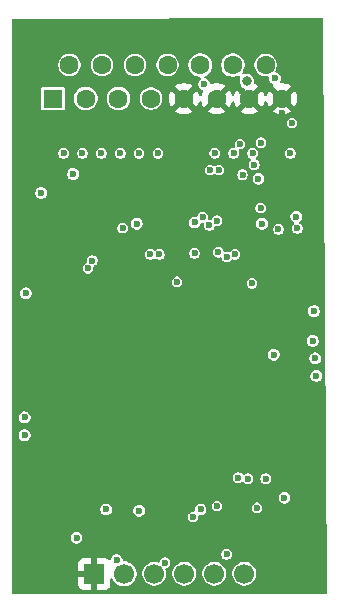
<source format=gbr>
%TF.GenerationSoftware,KiCad,Pcbnew,9.0.3*%
%TF.CreationDate,2025-12-13T00:06:23+05:30*%
%TF.ProjectId,vga,7667612e-6b69-4636-9164-5f7063625858,rev?*%
%TF.SameCoordinates,Original*%
%TF.FileFunction,Copper,L2,Inr*%
%TF.FilePolarity,Positive*%
%FSLAX46Y46*%
G04 Gerber Fmt 4.6, Leading zero omitted, Abs format (unit mm)*
G04 Created by KiCad (PCBNEW 9.0.3) date 2025-12-13 00:06:23*
%MOMM*%
%LPD*%
G01*
G04 APERTURE LIST*
%TA.AperFunction,ComponentPad*%
%ADD10R,1.700000X1.700000*%
%TD*%
%TA.AperFunction,ComponentPad*%
%ADD11C,1.700000*%
%TD*%
%TA.AperFunction,ComponentPad*%
%ADD12R,1.600000X1.600000*%
%TD*%
%TA.AperFunction,ComponentPad*%
%ADD13C,1.600000*%
%TD*%
%TA.AperFunction,ViaPad*%
%ADD14C,0.600000*%
%TD*%
%TA.AperFunction,ViaPad*%
%ADD15C,0.800000*%
%TD*%
G04 APERTURE END LIST*
D10*
%TO.N,GND*%
%TO.C,J_PROG1*%
X92220000Y-92590000D03*
D11*
%TO.N,+3.3V*%
X94760000Y-92590000D03*
%TO.N,/SCK*%
X97300000Y-92590000D03*
%TO.N,/SDI*%
X99840000Y-92590000D03*
%TO.N,/SDO*%
X102380000Y-92590000D03*
%TO.N,/SS*%
X104920000Y-92590000D03*
%TD*%
D12*
%TO.N,/VGA_RED_OUT*%
%TO.C,J1*%
X88725000Y-52355331D03*
D13*
%TO.N,/VGA_GREEN_OUT*%
X91495000Y-52355331D03*
%TO.N,/VGA_BLUE_OUT*%
X94265000Y-52355331D03*
%TO.N,unconnected-(J1-Pad4)*%
X97035000Y-52355331D03*
%TO.N,GND*%
X99805000Y-52355331D03*
X102575000Y-52355331D03*
X105345000Y-52355331D03*
X108115000Y-52355331D03*
%TO.N,unconnected-(J1-Pad9)*%
X90110000Y-49515331D03*
%TO.N,unconnected-(J1-Pad10)*%
X92880000Y-49515331D03*
%TO.N,unconnected-(J1-Pad11)*%
X95650000Y-49515331D03*
%TO.N,unconnected-(J1-Pad12)*%
X98420000Y-49515331D03*
%TO.N,/HSYNC*%
X101190000Y-49515331D03*
%TO.N,/VSYNC*%
X103960000Y-49515331D03*
%TO.N,unconnected-(J1-Pad15)*%
X106730000Y-49515331D03*
%TD*%
D14*
%TO.N,VCCINT*%
X109320000Y-62340000D03*
X107520000Y-50640000D03*
X101520000Y-51140000D03*
X90420000Y-58740000D03*
%TO.N,+3.3V*%
X94120000Y-91440000D03*
%TO.N,VCCINT*%
X107420000Y-74040000D03*
X110720000Y-72871245D03*
%TO.N,Net-(U1A-IOT_78)*%
X96020000Y-56990000D03*
X108950331Y-54409669D03*
X107813413Y-63433413D03*
X103426511Y-65765000D03*
%TO.N,Net-(U1A-IOT_77)*%
X94420000Y-56990000D03*
X106346824Y-56078354D03*
X105764015Y-57947188D03*
X106304620Y-61624620D03*
%TO.N,Net-(U1A-IOT_76)*%
X92820000Y-56990000D03*
X104770764Y-58790764D03*
X104559817Y-56192198D03*
X104145000Y-65549879D03*
%TO.N,Net-(U1A-IOT_75)*%
X91220000Y-56990000D03*
X92062822Y-66066932D03*
%TO.N,Net-(U1A-IOT_74)*%
X89620000Y-56990000D03*
X91683603Y-66714000D03*
%TO.N,Net-(U1A-IOT_85_GBIN0)*%
X108820000Y-56990000D03*
X105570000Y-68003172D03*
X99231828Y-67865000D03*
X96970050Y-65548879D03*
%TO.N,Net-(U1A-IOT_84_GBIN1)*%
X105620000Y-56990000D03*
X97720000Y-65540000D03*
%TO.N,Net-(U1A-IOT_87)*%
X109420000Y-63340000D03*
X94612568Y-63308641D03*
%TO.N,Net-(U1A-IOT_79)*%
X97620000Y-56990000D03*
X102719999Y-65361351D03*
%TO.N,Net-(U1A-IOT_80)*%
X102770003Y-58389000D03*
X102595000Y-62693070D03*
%TO.N,Net-(U1A-IOT_81)*%
X102020000Y-58389000D03*
X101960642Y-63094781D03*
%TO.N,Net-(U1A-IOT_82)*%
X101385642Y-62396239D03*
X102420000Y-56990000D03*
%TO.N,Net-(U1A-IOT_83)*%
X104020000Y-56990000D03*
X100707989Y-65454680D03*
%TO.N,GND*%
X108100330Y-53559669D03*
X104710000Y-51710417D03*
X101620000Y-54240000D03*
D15*
%TO.N,/HSYNC*%
X105120000Y-50840000D03*
D14*
%TO.N,+3.3V*%
X111020000Y-75840000D03*
X86320000Y-80840000D03*
X110820000Y-70340000D03*
X101220000Y-87140000D03*
X108320000Y-86140000D03*
X100720000Y-62840000D03*
X86420000Y-68840000D03*
X106120000Y-59140000D03*
X93220000Y-87140000D03*
X95820000Y-62940000D03*
%TO.N,GND*%
X86220000Y-84540000D03*
X110920000Y-77240000D03*
X87220000Y-85740000D03*
X98720000Y-90440000D03*
X92720000Y-62940000D03*
X109020000Y-61340000D03*
X86420000Y-67940000D03*
X100720000Y-84640000D03*
X108920000Y-89640000D03*
X100720000Y-59140000D03*
%TO.N,VCCINT*%
X87720000Y-60340000D03*
X106420000Y-62940000D03*
X86320000Y-79340000D03*
X110920000Y-74340000D03*
X96020000Y-87240000D03*
%TO.N,/SDI*%
X105982836Y-87002837D03*
X105220000Y-84540000D03*
%TO.N,/SDO*%
X104420000Y-84440000D03*
X103420000Y-90940000D03*
%TO.N,/SCK*%
X106728072Y-84527500D03*
X98220000Y-91640000D03*
%TO.N,Net-(U1C-IOB_42_CBSEL0)*%
X100570000Y-87766101D03*
X102620000Y-86840000D03*
%TO.N,VCCPLL*%
X90720000Y-89540000D03*
%TD*%
%TA.AperFunction,Conductor*%
%TO.N,GND*%
G36*
X111563404Y-45559898D02*
G01*
X111609358Y-45612529D01*
X111620758Y-45663706D01*
X111775218Y-70840499D01*
X111918311Y-94164741D01*
X111899039Y-94231898D01*
X111846516Y-94277976D01*
X111794314Y-94289500D01*
X85344000Y-94289500D01*
X85276961Y-94269815D01*
X85231206Y-94217011D01*
X85220000Y-94165500D01*
X85220000Y-91692155D01*
X90870000Y-91692155D01*
X90870000Y-92340000D01*
X91786988Y-92340000D01*
X91754075Y-92397007D01*
X91720000Y-92524174D01*
X91720000Y-92655826D01*
X91754075Y-92782993D01*
X91786988Y-92840000D01*
X90870000Y-92840000D01*
X90870000Y-93487844D01*
X90876401Y-93547372D01*
X90876403Y-93547379D01*
X90926645Y-93682086D01*
X90926649Y-93682093D01*
X91012809Y-93797187D01*
X91012812Y-93797190D01*
X91127906Y-93883350D01*
X91127913Y-93883354D01*
X91262620Y-93933596D01*
X91262627Y-93933598D01*
X91322155Y-93939999D01*
X91322172Y-93940000D01*
X91970000Y-93940000D01*
X91970000Y-93023012D01*
X92027007Y-93055925D01*
X92154174Y-93090000D01*
X92285826Y-93090000D01*
X92412993Y-93055925D01*
X92470000Y-93023012D01*
X92470000Y-93940000D01*
X93117828Y-93940000D01*
X93117844Y-93939999D01*
X93177372Y-93933598D01*
X93177379Y-93933596D01*
X93312086Y-93883354D01*
X93312093Y-93883350D01*
X93427187Y-93797190D01*
X93427190Y-93797187D01*
X93513350Y-93682093D01*
X93513354Y-93682086D01*
X93563596Y-93547379D01*
X93563598Y-93547372D01*
X93569999Y-93487844D01*
X93570000Y-93487827D01*
X93570000Y-93085564D01*
X93589685Y-93018525D01*
X93642489Y-92972770D01*
X93711647Y-92962826D01*
X93775203Y-92991851D01*
X93808561Y-93038112D01*
X93819248Y-93063914D01*
X93829059Y-93087598D01*
X93905701Y-93202302D01*
X93944024Y-93259657D01*
X94090342Y-93405975D01*
X94090345Y-93405977D01*
X94262402Y-93520941D01*
X94453580Y-93600130D01*
X94656530Y-93640499D01*
X94656534Y-93640500D01*
X94656535Y-93640500D01*
X94863466Y-93640500D01*
X94863467Y-93640499D01*
X95066420Y-93600130D01*
X95257598Y-93520941D01*
X95429655Y-93405977D01*
X95575977Y-93259655D01*
X95690941Y-93087598D01*
X95770130Y-92896420D01*
X95810500Y-92693465D01*
X95810500Y-92688543D01*
X96299499Y-92688543D01*
X96337947Y-92881829D01*
X96337950Y-92881839D01*
X96413364Y-93063907D01*
X96413371Y-93063920D01*
X96522860Y-93227781D01*
X96522863Y-93227785D01*
X96662214Y-93367136D01*
X96662218Y-93367139D01*
X96826079Y-93476628D01*
X96826092Y-93476635D01*
X97008160Y-93552049D01*
X97008165Y-93552051D01*
X97008169Y-93552051D01*
X97008170Y-93552052D01*
X97201456Y-93590500D01*
X97201459Y-93590500D01*
X97398543Y-93590500D01*
X97528582Y-93564632D01*
X97591835Y-93552051D01*
X97773914Y-93476632D01*
X97937782Y-93367139D01*
X98077139Y-93227782D01*
X98186632Y-93063914D01*
X98262051Y-92881835D01*
X98299520Y-92693469D01*
X98300500Y-92688543D01*
X98839499Y-92688543D01*
X98877947Y-92881829D01*
X98877950Y-92881839D01*
X98953364Y-93063907D01*
X98953371Y-93063920D01*
X99062860Y-93227781D01*
X99062863Y-93227785D01*
X99202214Y-93367136D01*
X99202218Y-93367139D01*
X99366079Y-93476628D01*
X99366092Y-93476635D01*
X99548160Y-93552049D01*
X99548165Y-93552051D01*
X99548169Y-93552051D01*
X99548170Y-93552052D01*
X99741456Y-93590500D01*
X99741459Y-93590500D01*
X99938543Y-93590500D01*
X100068582Y-93564632D01*
X100131835Y-93552051D01*
X100313914Y-93476632D01*
X100477782Y-93367139D01*
X100617139Y-93227782D01*
X100726632Y-93063914D01*
X100802051Y-92881835D01*
X100839520Y-92693469D01*
X100840500Y-92688543D01*
X101379499Y-92688543D01*
X101417947Y-92881829D01*
X101417950Y-92881839D01*
X101493364Y-93063907D01*
X101493371Y-93063920D01*
X101602860Y-93227781D01*
X101602863Y-93227785D01*
X101742214Y-93367136D01*
X101742218Y-93367139D01*
X101906079Y-93476628D01*
X101906092Y-93476635D01*
X102088160Y-93552049D01*
X102088165Y-93552051D01*
X102088169Y-93552051D01*
X102088170Y-93552052D01*
X102281456Y-93590500D01*
X102281459Y-93590500D01*
X102478543Y-93590500D01*
X102608582Y-93564632D01*
X102671835Y-93552051D01*
X102853914Y-93476632D01*
X103017782Y-93367139D01*
X103157139Y-93227782D01*
X103266632Y-93063914D01*
X103342051Y-92881835D01*
X103379520Y-92693469D01*
X103380500Y-92688543D01*
X103919499Y-92688543D01*
X103957947Y-92881829D01*
X103957950Y-92881839D01*
X104033364Y-93063907D01*
X104033371Y-93063920D01*
X104142860Y-93227781D01*
X104142863Y-93227785D01*
X104282214Y-93367136D01*
X104282218Y-93367139D01*
X104446079Y-93476628D01*
X104446092Y-93476635D01*
X104628160Y-93552049D01*
X104628165Y-93552051D01*
X104628169Y-93552051D01*
X104628170Y-93552052D01*
X104821456Y-93590500D01*
X104821459Y-93590500D01*
X105018543Y-93590500D01*
X105148582Y-93564632D01*
X105211835Y-93552051D01*
X105393914Y-93476632D01*
X105557782Y-93367139D01*
X105697139Y-93227782D01*
X105806632Y-93063914D01*
X105882051Y-92881835D01*
X105919520Y-92693469D01*
X105920500Y-92688543D01*
X105920500Y-92491456D01*
X105882052Y-92298170D01*
X105882051Y-92298169D01*
X105882051Y-92298165D01*
X105875767Y-92282993D01*
X105806635Y-92116092D01*
X105806628Y-92116079D01*
X105697139Y-91952218D01*
X105697136Y-91952214D01*
X105557785Y-91812863D01*
X105557781Y-91812860D01*
X105393920Y-91703371D01*
X105393907Y-91703364D01*
X105211839Y-91627950D01*
X105211829Y-91627947D01*
X105018543Y-91589500D01*
X105018541Y-91589500D01*
X104821459Y-91589500D01*
X104821457Y-91589500D01*
X104628170Y-91627947D01*
X104628160Y-91627950D01*
X104446092Y-91703364D01*
X104446079Y-91703371D01*
X104282218Y-91812860D01*
X104282214Y-91812863D01*
X104142863Y-91952214D01*
X104142860Y-91952218D01*
X104033371Y-92116079D01*
X104033364Y-92116092D01*
X103957950Y-92298160D01*
X103957947Y-92298170D01*
X103919500Y-92491456D01*
X103919500Y-92491459D01*
X103919500Y-92688541D01*
X103919500Y-92688543D01*
X103919499Y-92688543D01*
X103380500Y-92688543D01*
X103380500Y-92491456D01*
X103342052Y-92298170D01*
X103342051Y-92298169D01*
X103342051Y-92298165D01*
X103335767Y-92282993D01*
X103266635Y-92116092D01*
X103266628Y-92116079D01*
X103157139Y-91952218D01*
X103157136Y-91952214D01*
X103017785Y-91812863D01*
X103017781Y-91812860D01*
X102853920Y-91703371D01*
X102853907Y-91703364D01*
X102671839Y-91627950D01*
X102671829Y-91627947D01*
X102478543Y-91589500D01*
X102478541Y-91589500D01*
X102281459Y-91589500D01*
X102281457Y-91589500D01*
X102088170Y-91627947D01*
X102088160Y-91627950D01*
X101906092Y-91703364D01*
X101906079Y-91703371D01*
X101742218Y-91812860D01*
X101742214Y-91812863D01*
X101602863Y-91952214D01*
X101602860Y-91952218D01*
X101493371Y-92116079D01*
X101493364Y-92116092D01*
X101417950Y-92298160D01*
X101417947Y-92298170D01*
X101379500Y-92491456D01*
X101379500Y-92491459D01*
X101379500Y-92688541D01*
X101379500Y-92688543D01*
X101379499Y-92688543D01*
X100840500Y-92688543D01*
X100840500Y-92491456D01*
X100802052Y-92298170D01*
X100802051Y-92298169D01*
X100802051Y-92298165D01*
X100795767Y-92282993D01*
X100726635Y-92116092D01*
X100726628Y-92116079D01*
X100617139Y-91952218D01*
X100617136Y-91952214D01*
X100477785Y-91812863D01*
X100477781Y-91812860D01*
X100313920Y-91703371D01*
X100313907Y-91703364D01*
X100131839Y-91627950D01*
X100131829Y-91627947D01*
X99938543Y-91589500D01*
X99938541Y-91589500D01*
X99741459Y-91589500D01*
X99741457Y-91589500D01*
X99548170Y-91627947D01*
X99548160Y-91627950D01*
X99366092Y-91703364D01*
X99366079Y-91703371D01*
X99202218Y-91812860D01*
X99202214Y-91812863D01*
X99062863Y-91952214D01*
X99062860Y-91952218D01*
X98953371Y-92116079D01*
X98953364Y-92116092D01*
X98877950Y-92298160D01*
X98877947Y-92298170D01*
X98839500Y-92491456D01*
X98839500Y-92491459D01*
X98839500Y-92688541D01*
X98839500Y-92688543D01*
X98839499Y-92688543D01*
X98300500Y-92688543D01*
X98300500Y-92491456D01*
X98262052Y-92298170D01*
X98262051Y-92298169D01*
X98262051Y-92298165D01*
X98256010Y-92283580D01*
X98240460Y-92246038D01*
X98232991Y-92176569D01*
X98264267Y-92114090D01*
X98322926Y-92078812D01*
X98393886Y-92059799D01*
X98496613Y-92000489D01*
X98580489Y-91916613D01*
X98639799Y-91813886D01*
X98670500Y-91699309D01*
X98670500Y-91580691D01*
X98639799Y-91466114D01*
X98580489Y-91363387D01*
X98496613Y-91279511D01*
X98393886Y-91220201D01*
X98279309Y-91189500D01*
X98160691Y-91189500D01*
X98046114Y-91220201D01*
X98046112Y-91220201D01*
X98046112Y-91220202D01*
X97943387Y-91279511D01*
X97943384Y-91279513D01*
X97859513Y-91363384D01*
X97859511Y-91363387D01*
X97800201Y-91466112D01*
X97776949Y-91552891D01*
X97740583Y-91612552D01*
X97677736Y-91643080D01*
X97609722Y-91635358D01*
X97591835Y-91627949D01*
X97591831Y-91627948D01*
X97591829Y-91627947D01*
X97398543Y-91589500D01*
X97398541Y-91589500D01*
X97201459Y-91589500D01*
X97201457Y-91589500D01*
X97008170Y-91627947D01*
X97008160Y-91627950D01*
X96826092Y-91703364D01*
X96826079Y-91703371D01*
X96662218Y-91812860D01*
X96662214Y-91812863D01*
X96522863Y-91952214D01*
X96522860Y-91952218D01*
X96413371Y-92116079D01*
X96413364Y-92116092D01*
X96337950Y-92298160D01*
X96337947Y-92298170D01*
X96299500Y-92491456D01*
X96299500Y-92491459D01*
X96299500Y-92688541D01*
X96299500Y-92688543D01*
X96299499Y-92688543D01*
X95810500Y-92688543D01*
X95810500Y-92486535D01*
X95770130Y-92283580D01*
X95690941Y-92092402D01*
X95575977Y-91920345D01*
X95575975Y-91920342D01*
X95429657Y-91774024D01*
X95323916Y-91703371D01*
X95257598Y-91659059D01*
X95195135Y-91633186D01*
X95066420Y-91579870D01*
X95066412Y-91579868D01*
X94863469Y-91539500D01*
X94863465Y-91539500D01*
X94744500Y-91539500D01*
X94677461Y-91519815D01*
X94631706Y-91467011D01*
X94620500Y-91415500D01*
X94620500Y-91374110D01*
X94620500Y-91374108D01*
X94586392Y-91246814D01*
X94520500Y-91132686D01*
X94427314Y-91039500D01*
X94379895Y-91012123D01*
X94324173Y-90979951D01*
X94324172Y-90979950D01*
X94313191Y-90973610D01*
X94313188Y-90973609D01*
X94313187Y-90973608D01*
X94313186Y-90973608D01*
X94185892Y-90939500D01*
X94054108Y-90939500D01*
X93926812Y-90973608D01*
X93812686Y-91039500D01*
X93812683Y-91039502D01*
X93719502Y-91132683D01*
X93719500Y-91132686D01*
X93671045Y-91216613D01*
X93653608Y-91246814D01*
X93640256Y-91296645D01*
X93632608Y-91325187D01*
X93596242Y-91384848D01*
X93533395Y-91415376D01*
X93464020Y-91407081D01*
X93434868Y-91387350D01*
X93434288Y-91388125D01*
X93312093Y-91296649D01*
X93312086Y-91296645D01*
X93177379Y-91246403D01*
X93177372Y-91246401D01*
X93117844Y-91240000D01*
X92470000Y-91240000D01*
X92470000Y-92156988D01*
X92412993Y-92124075D01*
X92285826Y-92090000D01*
X92154174Y-92090000D01*
X92027007Y-92124075D01*
X91970000Y-92156988D01*
X91970000Y-91240000D01*
X91322155Y-91240000D01*
X91262627Y-91246401D01*
X91262620Y-91246403D01*
X91127913Y-91296645D01*
X91127906Y-91296649D01*
X91012812Y-91382809D01*
X91012809Y-91382812D01*
X90926649Y-91497906D01*
X90926645Y-91497913D01*
X90876403Y-91632620D01*
X90876401Y-91632627D01*
X90870000Y-91692155D01*
X85220000Y-91692155D01*
X85220000Y-90880691D01*
X102969500Y-90880691D01*
X102969500Y-90999309D01*
X103000201Y-91113886D01*
X103059511Y-91216613D01*
X103143387Y-91300489D01*
X103246114Y-91359799D01*
X103360691Y-91390500D01*
X103360694Y-91390500D01*
X103479306Y-91390500D01*
X103479309Y-91390500D01*
X103593886Y-91359799D01*
X103696613Y-91300489D01*
X103780489Y-91216613D01*
X103839799Y-91113886D01*
X103870500Y-90999309D01*
X103870500Y-90880691D01*
X103839799Y-90766114D01*
X103780489Y-90663387D01*
X103696613Y-90579511D01*
X103593886Y-90520201D01*
X103479309Y-90489500D01*
X103360691Y-90489500D01*
X103246114Y-90520201D01*
X103246112Y-90520201D01*
X103246112Y-90520202D01*
X103143387Y-90579511D01*
X103143384Y-90579513D01*
X103059513Y-90663384D01*
X103059511Y-90663387D01*
X103000201Y-90766114D01*
X102969500Y-90880691D01*
X85220000Y-90880691D01*
X85220000Y-89474108D01*
X90219500Y-89474108D01*
X90219500Y-89605891D01*
X90253608Y-89733187D01*
X90286554Y-89790250D01*
X90319500Y-89847314D01*
X90412686Y-89940500D01*
X90526814Y-90006392D01*
X90654108Y-90040500D01*
X90654110Y-90040500D01*
X90785890Y-90040500D01*
X90785892Y-90040500D01*
X90913186Y-90006392D01*
X91027314Y-89940500D01*
X91120500Y-89847314D01*
X91186392Y-89733186D01*
X91220500Y-89605892D01*
X91220500Y-89474108D01*
X91186392Y-89346814D01*
X91120500Y-89232686D01*
X91027314Y-89139500D01*
X90970250Y-89106554D01*
X90913187Y-89073608D01*
X90849539Y-89056554D01*
X90785892Y-89039500D01*
X90654108Y-89039500D01*
X90526812Y-89073608D01*
X90412686Y-89139500D01*
X90412683Y-89139502D01*
X90319502Y-89232683D01*
X90319500Y-89232686D01*
X90253608Y-89346812D01*
X90219500Y-89474108D01*
X85220000Y-89474108D01*
X85220000Y-87074108D01*
X92719500Y-87074108D01*
X92719500Y-87205891D01*
X92753608Y-87333187D01*
X92771009Y-87363325D01*
X92819500Y-87447314D01*
X92912686Y-87540500D01*
X93026814Y-87606392D01*
X93154108Y-87640500D01*
X93154110Y-87640500D01*
X93285890Y-87640500D01*
X93285892Y-87640500D01*
X93413186Y-87606392D01*
X93527314Y-87540500D01*
X93620500Y-87447314D01*
X93686392Y-87333186D01*
X93720500Y-87205892D01*
X93720500Y-87174108D01*
X95519500Y-87174108D01*
X95519500Y-87305892D01*
X95526813Y-87333186D01*
X95553608Y-87433187D01*
X95561766Y-87447316D01*
X95619500Y-87547314D01*
X95712686Y-87640500D01*
X95826814Y-87706392D01*
X95954108Y-87740500D01*
X95954110Y-87740500D01*
X96085890Y-87740500D01*
X96085892Y-87740500D01*
X96211693Y-87706792D01*
X100119500Y-87706792D01*
X100119500Y-87825410D01*
X100150201Y-87939987D01*
X100209511Y-88042714D01*
X100293387Y-88126590D01*
X100396114Y-88185900D01*
X100510691Y-88216601D01*
X100510694Y-88216601D01*
X100629306Y-88216601D01*
X100629309Y-88216601D01*
X100743886Y-88185900D01*
X100846613Y-88126590D01*
X100930489Y-88042714D01*
X100989799Y-87939987D01*
X101020500Y-87825410D01*
X101020500Y-87764304D01*
X101040185Y-87697265D01*
X101092989Y-87651510D01*
X101145981Y-87643587D01*
X101145981Y-87640500D01*
X101285890Y-87640500D01*
X101285892Y-87640500D01*
X101413186Y-87606392D01*
X101527314Y-87540500D01*
X101620500Y-87447314D01*
X101686392Y-87333186D01*
X101720500Y-87205892D01*
X101720500Y-87074108D01*
X101686392Y-86946814D01*
X101620500Y-86832686D01*
X101568505Y-86780691D01*
X102169500Y-86780691D01*
X102169500Y-86899309D01*
X102200201Y-87013886D01*
X102259511Y-87116613D01*
X102343387Y-87200489D01*
X102446114Y-87259799D01*
X102560691Y-87290500D01*
X102560694Y-87290500D01*
X102679306Y-87290500D01*
X102679309Y-87290500D01*
X102793886Y-87259799D01*
X102896613Y-87200489D01*
X102980489Y-87116613D01*
X103039799Y-87013886D01*
X103058651Y-86943528D01*
X105532336Y-86943528D01*
X105532336Y-87062146D01*
X105563037Y-87176723D01*
X105622347Y-87279450D01*
X105706223Y-87363326D01*
X105808950Y-87422636D01*
X105923527Y-87453337D01*
X105923530Y-87453337D01*
X106042142Y-87453337D01*
X106042145Y-87453337D01*
X106156722Y-87422636D01*
X106259449Y-87363326D01*
X106343325Y-87279450D01*
X106402635Y-87176723D01*
X106433336Y-87062146D01*
X106433336Y-86943528D01*
X106402635Y-86828951D01*
X106343325Y-86726224D01*
X106259449Y-86642348D01*
X106156722Y-86583038D01*
X106042145Y-86552337D01*
X105923527Y-86552337D01*
X105808950Y-86583038D01*
X105808948Y-86583038D01*
X105808948Y-86583039D01*
X105706223Y-86642348D01*
X105706220Y-86642350D01*
X105622349Y-86726221D01*
X105622347Y-86726224D01*
X105563037Y-86828951D01*
X105532336Y-86943528D01*
X103058651Y-86943528D01*
X103070500Y-86899309D01*
X103070500Y-86780691D01*
X103039799Y-86666114D01*
X102980489Y-86563387D01*
X102896613Y-86479511D01*
X102793886Y-86420201D01*
X102679309Y-86389500D01*
X102560691Y-86389500D01*
X102446114Y-86420201D01*
X102446112Y-86420201D01*
X102446112Y-86420202D01*
X102343387Y-86479511D01*
X102343384Y-86479513D01*
X102259513Y-86563384D01*
X102259511Y-86563387D01*
X102200201Y-86666114D01*
X102169500Y-86780691D01*
X101568505Y-86780691D01*
X101527314Y-86739500D01*
X101470250Y-86706554D01*
X101413187Y-86673608D01*
X101296528Y-86642350D01*
X101285892Y-86639500D01*
X101154108Y-86639500D01*
X101026812Y-86673608D01*
X100912686Y-86739500D01*
X100912683Y-86739502D01*
X100819502Y-86832683D01*
X100819500Y-86832686D01*
X100753608Y-86946812D01*
X100719500Y-87074108D01*
X100719500Y-87191601D01*
X100699815Y-87258640D01*
X100647011Y-87304395D01*
X100595500Y-87315601D01*
X100510691Y-87315601D01*
X100396114Y-87346302D01*
X100396112Y-87346302D01*
X100396112Y-87346303D01*
X100293387Y-87405612D01*
X100293384Y-87405614D01*
X100209513Y-87489485D01*
X100209511Y-87489488D01*
X100180060Y-87540499D01*
X100150201Y-87592215D01*
X100119500Y-87706792D01*
X96211693Y-87706792D01*
X96213186Y-87706392D01*
X96327314Y-87640500D01*
X96420500Y-87547314D01*
X96486392Y-87433186D01*
X96520500Y-87305892D01*
X96520500Y-87174108D01*
X96486392Y-87046814D01*
X96420500Y-86932686D01*
X96327314Y-86839500D01*
X96225458Y-86780693D01*
X96213187Y-86773608D01*
X96149539Y-86756554D01*
X96085892Y-86739500D01*
X95954108Y-86739500D01*
X95826812Y-86773608D01*
X95712686Y-86839500D01*
X95712683Y-86839502D01*
X95619502Y-86932683D01*
X95619500Y-86932686D01*
X95553608Y-87046812D01*
X95534905Y-87116615D01*
X95519500Y-87174108D01*
X93720500Y-87174108D01*
X93720500Y-87074108D01*
X93686392Y-86946814D01*
X93620500Y-86832686D01*
X93527314Y-86739500D01*
X93470250Y-86706554D01*
X93413187Y-86673608D01*
X93296528Y-86642350D01*
X93285892Y-86639500D01*
X93154108Y-86639500D01*
X93026812Y-86673608D01*
X92912686Y-86739500D01*
X92912683Y-86739502D01*
X92819502Y-86832683D01*
X92819500Y-86832686D01*
X92753608Y-86946812D01*
X92719500Y-87074108D01*
X85220000Y-87074108D01*
X85220000Y-86074108D01*
X107819500Y-86074108D01*
X107819500Y-86205891D01*
X107853608Y-86333187D01*
X107886121Y-86389500D01*
X107919500Y-86447314D01*
X108012686Y-86540500D01*
X108126814Y-86606392D01*
X108254108Y-86640500D01*
X108254110Y-86640500D01*
X108385890Y-86640500D01*
X108385892Y-86640500D01*
X108513186Y-86606392D01*
X108627314Y-86540500D01*
X108720500Y-86447314D01*
X108786392Y-86333186D01*
X108820500Y-86205892D01*
X108820500Y-86074108D01*
X108786392Y-85946814D01*
X108720500Y-85832686D01*
X108627314Y-85739500D01*
X108570250Y-85706554D01*
X108513187Y-85673608D01*
X108449539Y-85656554D01*
X108385892Y-85639500D01*
X108254108Y-85639500D01*
X108126812Y-85673608D01*
X108012686Y-85739500D01*
X108012683Y-85739502D01*
X107919502Y-85832683D01*
X107919500Y-85832686D01*
X107853608Y-85946812D01*
X107819500Y-86074108D01*
X85220000Y-86074108D01*
X85220000Y-84380691D01*
X103969500Y-84380691D01*
X103969500Y-84499309D01*
X104000201Y-84613886D01*
X104059511Y-84716613D01*
X104143387Y-84800489D01*
X104246114Y-84859799D01*
X104360691Y-84890500D01*
X104360694Y-84890500D01*
X104479306Y-84890500D01*
X104479309Y-84890500D01*
X104593886Y-84859799D01*
X104696613Y-84800489D01*
X104696614Y-84800487D01*
X104703651Y-84796425D01*
X104704867Y-84798531D01*
X104758516Y-84777771D01*
X104826966Y-84791787D01*
X104856555Y-84813657D01*
X104859510Y-84816612D01*
X104859511Y-84816613D01*
X104943387Y-84900489D01*
X105046114Y-84959799D01*
X105160691Y-84990500D01*
X105160694Y-84990500D01*
X105279306Y-84990500D01*
X105279309Y-84990500D01*
X105393886Y-84959799D01*
X105496613Y-84900489D01*
X105580489Y-84816613D01*
X105639799Y-84713886D01*
X105670500Y-84599309D01*
X105670500Y-84480691D01*
X105667151Y-84468191D01*
X106277572Y-84468191D01*
X106277572Y-84586809D01*
X106308273Y-84701386D01*
X106367583Y-84804113D01*
X106451459Y-84887989D01*
X106554186Y-84947299D01*
X106668763Y-84978000D01*
X106668766Y-84978000D01*
X106787378Y-84978000D01*
X106787381Y-84978000D01*
X106901958Y-84947299D01*
X107004685Y-84887989D01*
X107088561Y-84804113D01*
X107147871Y-84701386D01*
X107178572Y-84586809D01*
X107178572Y-84468191D01*
X107147871Y-84353614D01*
X107088561Y-84250887D01*
X107004685Y-84167011D01*
X106901958Y-84107701D01*
X106787381Y-84077000D01*
X106668763Y-84077000D01*
X106554186Y-84107701D01*
X106554184Y-84107701D01*
X106554184Y-84107702D01*
X106451459Y-84167011D01*
X106451456Y-84167013D01*
X106367585Y-84250884D01*
X106367583Y-84250887D01*
X106308273Y-84353614D01*
X106277572Y-84468191D01*
X105667151Y-84468191D01*
X105639799Y-84366114D01*
X105580489Y-84263387D01*
X105496613Y-84179511D01*
X105393886Y-84120201D01*
X105279309Y-84089500D01*
X105160691Y-84089500D01*
X105046114Y-84120201D01*
X104943387Y-84179511D01*
X104943385Y-84179512D01*
X104936349Y-84183575D01*
X104935135Y-84181473D01*
X104881440Y-84202231D01*
X104812995Y-84188192D01*
X104783444Y-84166342D01*
X104696615Y-84079513D01*
X104696613Y-84079511D01*
X104593886Y-84020201D01*
X104479309Y-83989500D01*
X104360691Y-83989500D01*
X104246114Y-84020201D01*
X104246112Y-84020201D01*
X104246112Y-84020202D01*
X104143387Y-84079511D01*
X104143384Y-84079513D01*
X104059513Y-84163384D01*
X104059511Y-84163387D01*
X104000201Y-84266114D01*
X103969500Y-84380691D01*
X85220000Y-84380691D01*
X85220000Y-80774108D01*
X85819500Y-80774108D01*
X85819500Y-80905891D01*
X85853608Y-81033187D01*
X85886554Y-81090250D01*
X85919500Y-81147314D01*
X86012686Y-81240500D01*
X86126814Y-81306392D01*
X86254108Y-81340500D01*
X86254110Y-81340500D01*
X86385890Y-81340500D01*
X86385892Y-81340500D01*
X86513186Y-81306392D01*
X86627314Y-81240500D01*
X86720500Y-81147314D01*
X86786392Y-81033186D01*
X86820500Y-80905892D01*
X86820500Y-80774108D01*
X86786392Y-80646814D01*
X86720500Y-80532686D01*
X86627314Y-80439500D01*
X86570250Y-80406554D01*
X86513187Y-80373608D01*
X86449539Y-80356554D01*
X86385892Y-80339500D01*
X86254108Y-80339500D01*
X86126812Y-80373608D01*
X86012686Y-80439500D01*
X86012683Y-80439502D01*
X85919502Y-80532683D01*
X85919500Y-80532686D01*
X85853608Y-80646812D01*
X85819500Y-80774108D01*
X85220000Y-80774108D01*
X85220000Y-79274108D01*
X85819500Y-79274108D01*
X85819500Y-79405891D01*
X85853608Y-79533187D01*
X85886554Y-79590250D01*
X85919500Y-79647314D01*
X86012686Y-79740500D01*
X86126814Y-79806392D01*
X86254108Y-79840500D01*
X86254110Y-79840500D01*
X86385890Y-79840500D01*
X86385892Y-79840500D01*
X86513186Y-79806392D01*
X86627314Y-79740500D01*
X86720500Y-79647314D01*
X86786392Y-79533186D01*
X86820500Y-79405892D01*
X86820500Y-79274108D01*
X86786392Y-79146814D01*
X86720500Y-79032686D01*
X86627314Y-78939500D01*
X86570250Y-78906554D01*
X86513187Y-78873608D01*
X86449539Y-78856554D01*
X86385892Y-78839500D01*
X86254108Y-78839500D01*
X86126812Y-78873608D01*
X86012686Y-78939500D01*
X86012683Y-78939502D01*
X85919502Y-79032683D01*
X85919500Y-79032686D01*
X85853608Y-79146812D01*
X85819500Y-79274108D01*
X85220000Y-79274108D01*
X85220000Y-75774108D01*
X110519500Y-75774108D01*
X110519500Y-75905891D01*
X110553608Y-76033187D01*
X110586554Y-76090250D01*
X110619500Y-76147314D01*
X110712686Y-76240500D01*
X110826814Y-76306392D01*
X110954108Y-76340500D01*
X110954110Y-76340500D01*
X111085890Y-76340500D01*
X111085892Y-76340500D01*
X111213186Y-76306392D01*
X111327314Y-76240500D01*
X111420500Y-76147314D01*
X111486392Y-76033186D01*
X111520500Y-75905892D01*
X111520500Y-75774108D01*
X111486392Y-75646814D01*
X111420500Y-75532686D01*
X111327314Y-75439500D01*
X111270250Y-75406554D01*
X111213187Y-75373608D01*
X111149539Y-75356554D01*
X111085892Y-75339500D01*
X110954108Y-75339500D01*
X110826812Y-75373608D01*
X110712686Y-75439500D01*
X110712683Y-75439502D01*
X110619502Y-75532683D01*
X110619500Y-75532686D01*
X110553608Y-75646812D01*
X110519500Y-75774108D01*
X85220000Y-75774108D01*
X85220000Y-73974108D01*
X106919500Y-73974108D01*
X106919500Y-74105891D01*
X106953608Y-74233187D01*
X106986554Y-74290250D01*
X107019500Y-74347314D01*
X107112686Y-74440500D01*
X107226814Y-74506392D01*
X107354108Y-74540500D01*
X107354110Y-74540500D01*
X107485890Y-74540500D01*
X107485892Y-74540500D01*
X107613186Y-74506392D01*
X107727314Y-74440500D01*
X107820500Y-74347314D01*
X107862766Y-74274108D01*
X110419500Y-74274108D01*
X110419500Y-74405891D01*
X110453608Y-74533187D01*
X110486554Y-74590250D01*
X110519500Y-74647314D01*
X110612686Y-74740500D01*
X110726814Y-74806392D01*
X110854108Y-74840500D01*
X110854110Y-74840500D01*
X110985890Y-74840500D01*
X110985892Y-74840500D01*
X111113186Y-74806392D01*
X111227314Y-74740500D01*
X111320500Y-74647314D01*
X111386392Y-74533186D01*
X111420500Y-74405892D01*
X111420500Y-74274108D01*
X111386392Y-74146814D01*
X111320500Y-74032686D01*
X111227314Y-73939500D01*
X111170250Y-73906554D01*
X111113187Y-73873608D01*
X111013188Y-73846814D01*
X110985892Y-73839500D01*
X110854108Y-73839500D01*
X110726812Y-73873608D01*
X110612686Y-73939500D01*
X110612683Y-73939502D01*
X110519502Y-74032683D01*
X110519500Y-74032686D01*
X110453608Y-74146812D01*
X110419500Y-74274108D01*
X107862766Y-74274108D01*
X107886392Y-74233186D01*
X107920500Y-74105892D01*
X107920500Y-73974108D01*
X107886392Y-73846814D01*
X107820500Y-73732686D01*
X107727314Y-73639500D01*
X107670250Y-73606554D01*
X107613187Y-73573608D01*
X107549539Y-73556554D01*
X107485892Y-73539500D01*
X107354108Y-73539500D01*
X107226812Y-73573608D01*
X107112686Y-73639500D01*
X107112683Y-73639502D01*
X107019502Y-73732683D01*
X107019500Y-73732686D01*
X106953608Y-73846812D01*
X106919500Y-73974108D01*
X85220000Y-73974108D01*
X85220000Y-72805353D01*
X110219500Y-72805353D01*
X110219500Y-72937136D01*
X110253608Y-73064432D01*
X110286554Y-73121495D01*
X110319500Y-73178559D01*
X110412686Y-73271745D01*
X110526814Y-73337637D01*
X110654108Y-73371745D01*
X110654110Y-73371745D01*
X110785890Y-73371745D01*
X110785892Y-73371745D01*
X110913186Y-73337637D01*
X111027314Y-73271745D01*
X111120500Y-73178559D01*
X111186392Y-73064431D01*
X111220500Y-72937137D01*
X111220500Y-72805353D01*
X111186392Y-72678059D01*
X111120500Y-72563931D01*
X111027314Y-72470745D01*
X110970250Y-72437799D01*
X110913187Y-72404853D01*
X110849539Y-72387799D01*
X110785892Y-72370745D01*
X110654108Y-72370745D01*
X110526812Y-72404853D01*
X110412686Y-72470745D01*
X110412683Y-72470747D01*
X110319502Y-72563928D01*
X110319500Y-72563931D01*
X110253608Y-72678057D01*
X110219500Y-72805353D01*
X85220000Y-72805353D01*
X85220000Y-70274108D01*
X110319500Y-70274108D01*
X110319500Y-70405891D01*
X110353608Y-70533187D01*
X110386554Y-70590250D01*
X110419500Y-70647314D01*
X110512686Y-70740500D01*
X110626814Y-70806392D01*
X110754108Y-70840500D01*
X110754110Y-70840500D01*
X110885890Y-70840500D01*
X110885892Y-70840500D01*
X111013186Y-70806392D01*
X111127314Y-70740500D01*
X111220500Y-70647314D01*
X111286392Y-70533186D01*
X111320500Y-70405892D01*
X111320500Y-70274108D01*
X111286392Y-70146814D01*
X111220500Y-70032686D01*
X111127314Y-69939500D01*
X111070250Y-69906554D01*
X111013187Y-69873608D01*
X110949539Y-69856554D01*
X110885892Y-69839500D01*
X110754108Y-69839500D01*
X110626812Y-69873608D01*
X110512686Y-69939500D01*
X110512683Y-69939502D01*
X110419502Y-70032683D01*
X110419500Y-70032686D01*
X110353608Y-70146812D01*
X110319500Y-70274108D01*
X85220000Y-70274108D01*
X85220000Y-68774108D01*
X85919500Y-68774108D01*
X85919500Y-68905891D01*
X85953608Y-69033187D01*
X85986554Y-69090250D01*
X86019500Y-69147314D01*
X86112686Y-69240500D01*
X86226814Y-69306392D01*
X86354108Y-69340500D01*
X86354110Y-69340500D01*
X86485890Y-69340500D01*
X86485892Y-69340500D01*
X86613186Y-69306392D01*
X86727314Y-69240500D01*
X86820500Y-69147314D01*
X86886392Y-69033186D01*
X86920500Y-68905892D01*
X86920500Y-68774108D01*
X86886392Y-68646814D01*
X86820500Y-68532686D01*
X86727314Y-68439500D01*
X86670250Y-68406554D01*
X86613187Y-68373608D01*
X86549539Y-68356554D01*
X86485892Y-68339500D01*
X86354108Y-68339500D01*
X86226812Y-68373608D01*
X86112686Y-68439500D01*
X86112683Y-68439502D01*
X86019502Y-68532683D01*
X86019500Y-68532686D01*
X85953608Y-68646812D01*
X85919500Y-68774108D01*
X85220000Y-68774108D01*
X85220000Y-67805691D01*
X98781328Y-67805691D01*
X98781328Y-67924309D01*
X98812029Y-68038886D01*
X98871339Y-68141613D01*
X98955215Y-68225489D01*
X99057942Y-68284799D01*
X99172519Y-68315500D01*
X99172522Y-68315500D01*
X99291134Y-68315500D01*
X99291137Y-68315500D01*
X99405714Y-68284799D01*
X99508441Y-68225489D01*
X99592317Y-68141613D01*
X99651627Y-68038886D01*
X99677088Y-67943863D01*
X105119500Y-67943863D01*
X105119500Y-68062481D01*
X105150201Y-68177058D01*
X105209511Y-68279785D01*
X105293387Y-68363661D01*
X105396114Y-68422971D01*
X105510691Y-68453672D01*
X105510694Y-68453672D01*
X105629306Y-68453672D01*
X105629309Y-68453672D01*
X105743886Y-68422971D01*
X105846613Y-68363661D01*
X105930489Y-68279785D01*
X105989799Y-68177058D01*
X106020500Y-68062481D01*
X106020500Y-67943863D01*
X105989799Y-67829286D01*
X105930489Y-67726559D01*
X105846613Y-67642683D01*
X105743886Y-67583373D01*
X105629309Y-67552672D01*
X105510691Y-67552672D01*
X105396114Y-67583373D01*
X105396112Y-67583373D01*
X105396112Y-67583374D01*
X105293387Y-67642683D01*
X105293384Y-67642685D01*
X105209513Y-67726556D01*
X105209511Y-67726559D01*
X105163823Y-67805693D01*
X105150201Y-67829286D01*
X105119500Y-67943863D01*
X99677088Y-67943863D01*
X99682328Y-67924309D01*
X99682328Y-67805691D01*
X99651627Y-67691114D01*
X99592317Y-67588387D01*
X99508441Y-67504511D01*
X99405714Y-67445201D01*
X99291137Y-67414500D01*
X99172519Y-67414500D01*
X99057942Y-67445201D01*
X99057940Y-67445201D01*
X99057940Y-67445202D01*
X98955215Y-67504511D01*
X98955212Y-67504513D01*
X98871341Y-67588384D01*
X98871339Y-67588387D01*
X98812029Y-67691114D01*
X98781328Y-67805691D01*
X85220000Y-67805691D01*
X85220000Y-66654691D01*
X91233103Y-66654691D01*
X91233103Y-66773309D01*
X91263804Y-66887886D01*
X91323114Y-66990613D01*
X91406990Y-67074489D01*
X91509717Y-67133799D01*
X91624294Y-67164500D01*
X91624297Y-67164500D01*
X91742909Y-67164500D01*
X91742912Y-67164500D01*
X91857489Y-67133799D01*
X91960216Y-67074489D01*
X92044092Y-66990613D01*
X92103402Y-66887886D01*
X92134103Y-66773309D01*
X92134103Y-66654691D01*
X92131079Y-66643405D01*
X92132742Y-66573558D01*
X92171904Y-66515695D01*
X92218761Y-66491539D01*
X92236708Y-66486731D01*
X92339435Y-66427421D01*
X92423311Y-66343545D01*
X92482621Y-66240818D01*
X92513322Y-66126241D01*
X92513322Y-66007623D01*
X92482621Y-65893046D01*
X92423311Y-65790319D01*
X92339435Y-65706443D01*
X92236708Y-65647133D01*
X92122131Y-65616432D01*
X92003513Y-65616432D01*
X91888936Y-65647133D01*
X91888934Y-65647133D01*
X91888934Y-65647134D01*
X91786209Y-65706443D01*
X91786206Y-65706445D01*
X91702335Y-65790316D01*
X91702333Y-65790319D01*
X91682025Y-65825494D01*
X91643023Y-65893046D01*
X91612322Y-66007623D01*
X91612322Y-66007625D01*
X91612322Y-66126240D01*
X91615346Y-66137527D01*
X91613681Y-66207377D01*
X91574516Y-66265238D01*
X91527667Y-66289391D01*
X91509716Y-66294201D01*
X91406990Y-66353511D01*
X91406987Y-66353513D01*
X91323116Y-66437384D01*
X91323114Y-66437387D01*
X91276900Y-66517432D01*
X91263804Y-66540114D01*
X91233103Y-66654691D01*
X85220000Y-66654691D01*
X85220000Y-65489570D01*
X96519550Y-65489570D01*
X96519550Y-65608188D01*
X96550251Y-65722765D01*
X96609561Y-65825492D01*
X96693437Y-65909368D01*
X96796164Y-65968678D01*
X96910741Y-65999379D01*
X96910744Y-65999379D01*
X97029356Y-65999379D01*
X97029359Y-65999379D01*
X97143936Y-65968678D01*
X97246663Y-65909368D01*
X97261783Y-65894247D01*
X97323103Y-65860762D01*
X97392795Y-65865745D01*
X97437145Y-65894247D01*
X97443387Y-65900489D01*
X97546114Y-65959799D01*
X97660691Y-65990500D01*
X97660694Y-65990500D01*
X97779306Y-65990500D01*
X97779309Y-65990500D01*
X97893886Y-65959799D01*
X97996613Y-65900489D01*
X98080489Y-65816613D01*
X98139799Y-65713886D01*
X98170500Y-65599309D01*
X98170500Y-65480691D01*
X98147638Y-65395371D01*
X100257489Y-65395371D01*
X100257489Y-65513989D01*
X100288190Y-65628566D01*
X100347500Y-65731293D01*
X100431376Y-65815169D01*
X100534103Y-65874479D01*
X100648680Y-65905180D01*
X100648683Y-65905180D01*
X100767295Y-65905180D01*
X100767298Y-65905180D01*
X100881875Y-65874479D01*
X100984602Y-65815169D01*
X101068478Y-65731293D01*
X101127788Y-65628566D01*
X101158489Y-65513989D01*
X101158489Y-65395371D01*
X101133481Y-65302042D01*
X102269499Y-65302042D01*
X102269499Y-65420660D01*
X102300200Y-65535237D01*
X102359510Y-65637964D01*
X102443386Y-65721840D01*
X102546113Y-65781150D01*
X102660690Y-65811851D01*
X102660693Y-65811851D01*
X102779306Y-65811851D01*
X102779308Y-65811851D01*
X102839945Y-65795603D01*
X102909793Y-65797264D01*
X102967656Y-65836426D01*
X102991812Y-65883282D01*
X103006711Y-65938884D01*
X103006711Y-65938885D01*
X103024489Y-65969676D01*
X103066022Y-66041613D01*
X103149898Y-66125489D01*
X103252625Y-66184799D01*
X103367202Y-66215500D01*
X103367205Y-66215500D01*
X103485817Y-66215500D01*
X103485820Y-66215500D01*
X103600397Y-66184799D01*
X103703124Y-66125489D01*
X103787000Y-66041613D01*
X103802178Y-66015323D01*
X103852743Y-65967110D01*
X103921350Y-65953886D01*
X103963297Y-65967296D01*
X103963600Y-65966566D01*
X103971109Y-65969676D01*
X103971111Y-65969676D01*
X103971114Y-65969678D01*
X104085691Y-66000379D01*
X104085694Y-66000379D01*
X104204306Y-66000379D01*
X104204309Y-66000379D01*
X104318886Y-65969678D01*
X104421613Y-65910368D01*
X104505489Y-65826492D01*
X104564799Y-65723765D01*
X104595500Y-65609188D01*
X104595500Y-65490570D01*
X104564799Y-65375993D01*
X104505489Y-65273266D01*
X104421613Y-65189390D01*
X104318886Y-65130080D01*
X104204309Y-65099379D01*
X104085691Y-65099379D01*
X103971114Y-65130080D01*
X103971112Y-65130080D01*
X103971112Y-65130081D01*
X103868387Y-65189390D01*
X103868384Y-65189392D01*
X103784513Y-65273263D01*
X103784507Y-65273272D01*
X103769331Y-65299556D01*
X103718763Y-65347770D01*
X103650156Y-65360991D01*
X103608213Y-65347582D01*
X103607911Y-65348313D01*
X103600401Y-65345202D01*
X103591005Y-65342684D01*
X103485820Y-65314500D01*
X103367202Y-65314500D01*
X103306564Y-65330748D01*
X103236714Y-65329085D01*
X103178852Y-65289922D01*
X103154697Y-65243069D01*
X103139798Y-65187465D01*
X103080488Y-65084738D01*
X102996612Y-65000862D01*
X102893885Y-64941552D01*
X102779308Y-64910851D01*
X102660690Y-64910851D01*
X102546113Y-64941552D01*
X102546111Y-64941552D01*
X102546111Y-64941553D01*
X102443386Y-65000862D01*
X102443383Y-65000864D01*
X102359512Y-65084735D01*
X102359510Y-65084738D01*
X102304791Y-65179514D01*
X102300200Y-65187465D01*
X102269499Y-65302042D01*
X101133481Y-65302042D01*
X101127788Y-65280794D01*
X101068478Y-65178067D01*
X100984602Y-65094191D01*
X100881875Y-65034881D01*
X100767298Y-65004180D01*
X100648680Y-65004180D01*
X100534103Y-65034881D01*
X100534101Y-65034881D01*
X100534101Y-65034882D01*
X100431376Y-65094191D01*
X100431373Y-65094193D01*
X100347502Y-65178064D01*
X100347500Y-65178067D01*
X100288190Y-65280794D01*
X100257489Y-65395371D01*
X98147638Y-65395371D01*
X98139799Y-65366114D01*
X98080489Y-65263387D01*
X97996613Y-65179511D01*
X97893886Y-65120201D01*
X97779309Y-65089500D01*
X97660691Y-65089500D01*
X97546114Y-65120201D01*
X97546112Y-65120201D01*
X97546112Y-65120202D01*
X97443387Y-65179511D01*
X97443383Y-65179514D01*
X97428264Y-65194633D01*
X97366940Y-65228117D01*
X97297249Y-65223131D01*
X97252904Y-65194631D01*
X97246665Y-65188392D01*
X97246663Y-65188390D01*
X97143936Y-65129080D01*
X97029359Y-65098379D01*
X96910741Y-65098379D01*
X96796164Y-65129080D01*
X96796162Y-65129080D01*
X96796162Y-65129081D01*
X96693437Y-65188390D01*
X96693434Y-65188392D01*
X96609563Y-65272263D01*
X96609561Y-65272266D01*
X96567452Y-65345201D01*
X96550251Y-65374993D01*
X96519550Y-65489570D01*
X85220000Y-65489570D01*
X85220000Y-63249332D01*
X94162068Y-63249332D01*
X94162068Y-63367950D01*
X94192769Y-63482527D01*
X94252079Y-63585254D01*
X94335955Y-63669130D01*
X94438682Y-63728440D01*
X94553259Y-63759141D01*
X94553262Y-63759141D01*
X94671874Y-63759141D01*
X94671877Y-63759141D01*
X94786454Y-63728440D01*
X94889181Y-63669130D01*
X94973057Y-63585254D01*
X95032367Y-63482527D01*
X95063068Y-63367950D01*
X95063068Y-63249332D01*
X95032367Y-63134755D01*
X94973057Y-63032028D01*
X94889181Y-62948152D01*
X94786454Y-62888842D01*
X94731466Y-62874108D01*
X95319500Y-62874108D01*
X95319500Y-63005892D01*
X95326502Y-63032025D01*
X95353608Y-63133187D01*
X95386554Y-63190250D01*
X95419500Y-63247314D01*
X95512686Y-63340500D01*
X95626814Y-63406392D01*
X95754108Y-63440500D01*
X95754110Y-63440500D01*
X95885890Y-63440500D01*
X95885892Y-63440500D01*
X96013186Y-63406392D01*
X96127314Y-63340500D01*
X96220500Y-63247314D01*
X96286392Y-63133186D01*
X96320500Y-63005892D01*
X96320500Y-62874108D01*
X96293705Y-62774108D01*
X100219500Y-62774108D01*
X100219500Y-62905892D01*
X100230824Y-62948154D01*
X100253608Y-63033187D01*
X100276551Y-63072924D01*
X100319500Y-63147314D01*
X100412686Y-63240500D01*
X100526814Y-63306392D01*
X100654108Y-63340500D01*
X100654110Y-63340500D01*
X100785890Y-63340500D01*
X100785892Y-63340500D01*
X100913186Y-63306392D01*
X101027314Y-63240500D01*
X101120500Y-63147314D01*
X101186392Y-63033186D01*
X101211724Y-62938644D01*
X101226216Y-62914868D01*
X101237785Y-62889536D01*
X101244150Y-62885445D01*
X101248088Y-62878985D01*
X101273137Y-62866816D01*
X101296563Y-62851762D01*
X101307309Y-62850216D01*
X101310934Y-62848456D01*
X101331498Y-62846739D01*
X101399113Y-62846739D01*
X101466152Y-62866424D01*
X101511907Y-62919228D01*
X101521851Y-62988386D01*
X101518888Y-63002830D01*
X101510142Y-63035472D01*
X101510142Y-63154090D01*
X101540843Y-63268667D01*
X101600153Y-63371394D01*
X101684029Y-63455270D01*
X101786756Y-63514580D01*
X101901333Y-63545281D01*
X101901336Y-63545281D01*
X102019948Y-63545281D01*
X102019951Y-63545281D01*
X102134528Y-63514580D01*
X102237255Y-63455270D01*
X102321131Y-63371394D01*
X102380441Y-63268667D01*
X102390022Y-63232910D01*
X102426386Y-63173251D01*
X102489233Y-63142722D01*
X102527367Y-63144542D01*
X102527635Y-63142509D01*
X102535689Y-63143569D01*
X102535691Y-63143570D01*
X102535693Y-63143570D01*
X102654306Y-63143570D01*
X102654309Y-63143570D01*
X102768886Y-63112869D01*
X102871613Y-63053559D01*
X102955489Y-62969683D01*
X103010670Y-62874108D01*
X105919500Y-62874108D01*
X105919500Y-63005892D01*
X105926502Y-63032025D01*
X105953608Y-63133187D01*
X105986554Y-63190250D01*
X106019500Y-63247314D01*
X106112686Y-63340500D01*
X106226814Y-63406392D01*
X106354108Y-63440500D01*
X106354110Y-63440500D01*
X106485890Y-63440500D01*
X106485892Y-63440500D01*
X106613186Y-63406392D01*
X106669110Y-63374104D01*
X107362913Y-63374104D01*
X107362913Y-63492722D01*
X107393614Y-63607299D01*
X107452924Y-63710026D01*
X107536800Y-63793902D01*
X107639527Y-63853212D01*
X107754104Y-63883913D01*
X107754107Y-63883913D01*
X107872719Y-63883913D01*
X107872722Y-63883913D01*
X107987299Y-63853212D01*
X108090026Y-63793902D01*
X108173902Y-63710026D01*
X108233212Y-63607299D01*
X108263913Y-63492722D01*
X108263913Y-63374104D01*
X108233212Y-63259527D01*
X108173902Y-63156800D01*
X108090026Y-63072924D01*
X107987299Y-63013614D01*
X107872722Y-62982913D01*
X107754104Y-62982913D01*
X107639527Y-63013614D01*
X107639525Y-63013614D01*
X107639525Y-63013615D01*
X107536800Y-63072924D01*
X107536797Y-63072926D01*
X107452926Y-63156797D01*
X107452924Y-63156800D01*
X107447547Y-63166114D01*
X107393614Y-63259527D01*
X107362913Y-63374104D01*
X106669110Y-63374104D01*
X106727314Y-63340500D01*
X106820500Y-63247314D01*
X106886392Y-63133186D01*
X106920500Y-63005892D01*
X106920500Y-62874108D01*
X106886392Y-62746814D01*
X106820500Y-62632686D01*
X106727314Y-62539500D01*
X106657949Y-62499452D01*
X106613187Y-62473608D01*
X106549539Y-62456554D01*
X106485892Y-62439500D01*
X106354108Y-62439500D01*
X106226812Y-62473608D01*
X106112686Y-62539500D01*
X106112683Y-62539502D01*
X106019502Y-62632683D01*
X106019500Y-62632686D01*
X105953608Y-62746812D01*
X105923778Y-62858141D01*
X105919500Y-62874108D01*
X103010670Y-62874108D01*
X103014799Y-62866956D01*
X103045500Y-62752379D01*
X103045500Y-62633761D01*
X103014799Y-62519184D01*
X102955489Y-62416457D01*
X102871613Y-62332581D01*
X102770336Y-62274108D01*
X108819500Y-62274108D01*
X108819500Y-62405891D01*
X108853608Y-62533187D01*
X108866168Y-62554941D01*
X108919500Y-62647314D01*
X109012686Y-62740500D01*
X109070897Y-62774108D01*
X109107124Y-62795024D01*
X109155340Y-62845591D01*
X109168562Y-62914198D01*
X109142594Y-62979063D01*
X109132806Y-62990092D01*
X109059511Y-63063387D01*
X109013707Y-63142722D01*
X109000201Y-63166114D01*
X108969500Y-63280691D01*
X108969500Y-63399309D01*
X109000201Y-63513886D01*
X109059511Y-63616613D01*
X109143387Y-63700489D01*
X109246114Y-63759799D01*
X109360691Y-63790500D01*
X109360694Y-63790500D01*
X109479306Y-63790500D01*
X109479309Y-63790500D01*
X109593886Y-63759799D01*
X109696613Y-63700489D01*
X109780489Y-63616613D01*
X109839799Y-63513886D01*
X109870500Y-63399309D01*
X109870500Y-63280691D01*
X109839799Y-63166114D01*
X109780489Y-63063387D01*
X109696613Y-62979511D01*
X109640036Y-62946845D01*
X109591822Y-62896280D01*
X109578600Y-62827672D01*
X109604568Y-62762808D01*
X109626555Y-62741081D01*
X109627302Y-62740506D01*
X109627314Y-62740500D01*
X109720500Y-62647314D01*
X109786392Y-62533186D01*
X109820500Y-62405892D01*
X109820500Y-62274108D01*
X109786392Y-62146814D01*
X109720500Y-62032686D01*
X109627314Y-61939500D01*
X109561032Y-61901232D01*
X109513187Y-61873608D01*
X109449539Y-61856554D01*
X109385892Y-61839500D01*
X109254108Y-61839500D01*
X109126812Y-61873608D01*
X109012686Y-61939500D01*
X109012683Y-61939502D01*
X108919502Y-62032683D01*
X108919500Y-62032686D01*
X108853608Y-62146812D01*
X108819500Y-62274108D01*
X102770336Y-62274108D01*
X102768886Y-62273271D01*
X102654309Y-62242570D01*
X102535691Y-62242570D01*
X102421114Y-62273271D01*
X102421112Y-62273271D01*
X102421112Y-62273272D01*
X102318387Y-62332581D01*
X102318384Y-62332583D01*
X102234513Y-62416454D01*
X102234511Y-62416457D01*
X102175200Y-62519184D01*
X102165619Y-62554941D01*
X102129253Y-62614601D01*
X102066405Y-62645129D01*
X102042624Y-62646803D01*
X102027939Y-62646421D01*
X102019951Y-62644281D01*
X101945566Y-62644281D01*
X101943950Y-62644239D01*
X101912155Y-62633999D01*
X101880132Y-62624596D01*
X101879037Y-62623333D01*
X101877444Y-62622820D01*
X101856225Y-62597006D01*
X101834377Y-62571792D01*
X101834139Y-62570137D01*
X101833077Y-62568845D01*
X101829185Y-62535686D01*
X101824433Y-62502634D01*
X101824988Y-62499925D01*
X101824933Y-62499452D01*
X101825196Y-62498913D01*
X101827396Y-62488188D01*
X101836142Y-62455548D01*
X101836142Y-62336930D01*
X101805441Y-62222353D01*
X101746131Y-62119626D01*
X101662255Y-62035750D01*
X101559528Y-61976440D01*
X101444951Y-61945739D01*
X101326333Y-61945739D01*
X101211756Y-61976440D01*
X101211754Y-61976440D01*
X101211754Y-61976441D01*
X101109029Y-62035750D01*
X101109026Y-62035752D01*
X101025155Y-62119623D01*
X101025153Y-62119626D01*
X100965842Y-62222353D01*
X100956594Y-62256868D01*
X100920228Y-62316528D01*
X100857381Y-62347056D01*
X100804728Y-62344547D01*
X100785892Y-62339500D01*
X100654108Y-62339500D01*
X100526812Y-62373608D01*
X100412686Y-62439500D01*
X100412683Y-62439502D01*
X100319502Y-62532683D01*
X100319500Y-62532686D01*
X100253608Y-62646812D01*
X100253473Y-62647316D01*
X100219500Y-62774108D01*
X96293705Y-62774108D01*
X96286392Y-62746814D01*
X96220500Y-62632686D01*
X96127314Y-62539500D01*
X96057949Y-62499452D01*
X96013187Y-62473608D01*
X95949539Y-62456554D01*
X95885892Y-62439500D01*
X95754108Y-62439500D01*
X95626812Y-62473608D01*
X95512686Y-62539500D01*
X95512683Y-62539502D01*
X95419502Y-62632683D01*
X95419500Y-62632686D01*
X95353608Y-62746812D01*
X95323778Y-62858141D01*
X95319500Y-62874108D01*
X94731466Y-62874108D01*
X94671877Y-62858141D01*
X94553259Y-62858141D01*
X94438682Y-62888842D01*
X94438680Y-62888842D01*
X94438680Y-62888843D01*
X94335955Y-62948152D01*
X94335952Y-62948154D01*
X94252081Y-63032025D01*
X94252079Y-63032028D01*
X94192769Y-63134755D01*
X94162068Y-63249332D01*
X85220000Y-63249332D01*
X85220000Y-61565311D01*
X105854120Y-61565311D01*
X105854120Y-61683929D01*
X105884821Y-61798506D01*
X105944131Y-61901233D01*
X106028007Y-61985109D01*
X106130734Y-62044419D01*
X106245311Y-62075120D01*
X106245314Y-62075120D01*
X106363926Y-62075120D01*
X106363929Y-62075120D01*
X106478506Y-62044419D01*
X106581233Y-61985109D01*
X106665109Y-61901233D01*
X106724419Y-61798506D01*
X106755120Y-61683929D01*
X106755120Y-61565311D01*
X106724419Y-61450734D01*
X106665109Y-61348007D01*
X106581233Y-61264131D01*
X106478506Y-61204821D01*
X106363929Y-61174120D01*
X106245311Y-61174120D01*
X106130734Y-61204821D01*
X106130732Y-61204821D01*
X106130732Y-61204822D01*
X106028007Y-61264131D01*
X106028004Y-61264133D01*
X105944133Y-61348004D01*
X105944131Y-61348007D01*
X105884821Y-61450734D01*
X105854120Y-61565311D01*
X85220000Y-61565311D01*
X85220000Y-60274108D01*
X87219500Y-60274108D01*
X87219500Y-60405891D01*
X87253608Y-60533187D01*
X87286554Y-60590250D01*
X87319500Y-60647314D01*
X87412686Y-60740500D01*
X87526814Y-60806392D01*
X87654108Y-60840500D01*
X87654110Y-60840500D01*
X87785890Y-60840500D01*
X87785892Y-60840500D01*
X87913186Y-60806392D01*
X88027314Y-60740500D01*
X88120500Y-60647314D01*
X88186392Y-60533186D01*
X88220500Y-60405892D01*
X88220500Y-60274108D01*
X88186392Y-60146814D01*
X88120500Y-60032686D01*
X88027314Y-59939500D01*
X87970250Y-59906554D01*
X87913187Y-59873608D01*
X87849539Y-59856554D01*
X87785892Y-59839500D01*
X87654108Y-59839500D01*
X87526812Y-59873608D01*
X87412686Y-59939500D01*
X87412683Y-59939502D01*
X87319502Y-60032683D01*
X87319500Y-60032686D01*
X87253608Y-60146812D01*
X87219500Y-60274108D01*
X85220000Y-60274108D01*
X85220000Y-58674108D01*
X89919500Y-58674108D01*
X89919500Y-58805892D01*
X89928505Y-58839500D01*
X89953608Y-58933187D01*
X89986554Y-58990250D01*
X90019500Y-59047314D01*
X90112686Y-59140500D01*
X90211521Y-59197563D01*
X90225944Y-59205890D01*
X90226814Y-59206392D01*
X90354108Y-59240500D01*
X90354110Y-59240500D01*
X90485890Y-59240500D01*
X90485892Y-59240500D01*
X90613186Y-59206392D01*
X90727314Y-59140500D01*
X90820500Y-59047314D01*
X90886392Y-58933186D01*
X90920500Y-58805892D01*
X90920500Y-58674108D01*
X90886392Y-58546814D01*
X90820500Y-58432686D01*
X90727314Y-58339500D01*
X90710324Y-58329691D01*
X101569500Y-58329691D01*
X101569500Y-58448309D01*
X101600201Y-58562886D01*
X101659511Y-58665613D01*
X101743387Y-58749489D01*
X101846114Y-58808799D01*
X101960691Y-58839500D01*
X101960694Y-58839500D01*
X102079306Y-58839500D01*
X102079309Y-58839500D01*
X102193886Y-58808799D01*
X102296613Y-58749489D01*
X102307321Y-58738780D01*
X102368639Y-58705297D01*
X102438331Y-58710279D01*
X102482682Y-58738781D01*
X102493390Y-58749489D01*
X102596117Y-58808799D01*
X102710694Y-58839500D01*
X102710697Y-58839500D01*
X102829309Y-58839500D01*
X102829312Y-58839500D01*
X102943889Y-58808799D01*
X103046616Y-58749489D01*
X103064650Y-58731455D01*
X104320264Y-58731455D01*
X104320264Y-58850073D01*
X104350965Y-58964650D01*
X104410275Y-59067377D01*
X104494151Y-59151253D01*
X104596878Y-59210563D01*
X104711455Y-59241264D01*
X104711458Y-59241264D01*
X104830070Y-59241264D01*
X104830073Y-59241264D01*
X104944650Y-59210563D01*
X105047377Y-59151253D01*
X105124522Y-59074108D01*
X105619500Y-59074108D01*
X105619500Y-59205891D01*
X105653608Y-59333187D01*
X105686554Y-59390250D01*
X105719500Y-59447314D01*
X105812686Y-59540500D01*
X105926814Y-59606392D01*
X106054108Y-59640500D01*
X106054110Y-59640500D01*
X106185890Y-59640500D01*
X106185892Y-59640500D01*
X106313186Y-59606392D01*
X106427314Y-59540500D01*
X106520500Y-59447314D01*
X106586392Y-59333186D01*
X106620500Y-59205892D01*
X106620500Y-59074108D01*
X106586392Y-58946814D01*
X106520500Y-58832686D01*
X106427314Y-58739500D01*
X106368073Y-58705297D01*
X106313187Y-58673608D01*
X106249539Y-58656554D01*
X106185892Y-58639500D01*
X106054108Y-58639500D01*
X105926812Y-58673608D01*
X105812686Y-58739500D01*
X105812683Y-58739502D01*
X105719502Y-58832683D01*
X105719500Y-58832686D01*
X105653608Y-58946812D01*
X105619500Y-59074108D01*
X105124522Y-59074108D01*
X105131253Y-59067377D01*
X105190563Y-58964650D01*
X105221264Y-58850073D01*
X105221264Y-58731455D01*
X105190563Y-58616878D01*
X105131253Y-58514151D01*
X105047377Y-58430275D01*
X104944650Y-58370965D01*
X104830073Y-58340264D01*
X104711455Y-58340264D01*
X104596878Y-58370965D01*
X104596876Y-58370965D01*
X104596876Y-58370966D01*
X104494151Y-58430275D01*
X104494148Y-58430277D01*
X104410277Y-58514148D01*
X104410275Y-58514151D01*
X104350965Y-58616878D01*
X104320264Y-58731455D01*
X103064650Y-58731455D01*
X103130492Y-58665613D01*
X103189802Y-58562886D01*
X103220503Y-58448309D01*
X103220503Y-58329691D01*
X103189802Y-58215114D01*
X103130492Y-58112387D01*
X103046616Y-58028511D01*
X102943889Y-57969201D01*
X102829312Y-57938500D01*
X102710694Y-57938500D01*
X102596117Y-57969201D01*
X102596115Y-57969201D01*
X102596115Y-57969202D01*
X102493390Y-58028511D01*
X102493389Y-58028511D01*
X102482680Y-58039221D01*
X102421355Y-58072704D01*
X102351664Y-58067717D01*
X102307320Y-58039218D01*
X102296615Y-58028513D01*
X102296613Y-58028511D01*
X102193886Y-57969201D01*
X102079309Y-57938500D01*
X101960691Y-57938500D01*
X101846114Y-57969201D01*
X101846112Y-57969201D01*
X101846112Y-57969202D01*
X101743387Y-58028511D01*
X101743384Y-58028513D01*
X101659513Y-58112384D01*
X101659511Y-58112387D01*
X101654496Y-58121074D01*
X101600201Y-58215114D01*
X101569500Y-58329691D01*
X90710324Y-58329691D01*
X90670250Y-58306554D01*
X90613187Y-58273608D01*
X90549539Y-58256554D01*
X90485892Y-58239500D01*
X90354108Y-58239500D01*
X90226812Y-58273608D01*
X90112686Y-58339500D01*
X90112683Y-58339502D01*
X90019502Y-58432683D01*
X90019500Y-58432686D01*
X89953608Y-58546812D01*
X89922925Y-58661327D01*
X89919500Y-58674108D01*
X85220000Y-58674108D01*
X85220000Y-56930691D01*
X89169500Y-56930691D01*
X89169500Y-57049309D01*
X89200201Y-57163886D01*
X89259511Y-57266613D01*
X89343387Y-57350489D01*
X89446114Y-57409799D01*
X89560691Y-57440500D01*
X89560694Y-57440500D01*
X89679306Y-57440500D01*
X89679309Y-57440500D01*
X89793886Y-57409799D01*
X89896613Y-57350489D01*
X89980489Y-57266613D01*
X90039799Y-57163886D01*
X90070500Y-57049309D01*
X90070500Y-56930691D01*
X90769500Y-56930691D01*
X90769500Y-57049309D01*
X90800201Y-57163886D01*
X90859511Y-57266613D01*
X90943387Y-57350489D01*
X91046114Y-57409799D01*
X91160691Y-57440500D01*
X91160694Y-57440500D01*
X91279306Y-57440500D01*
X91279309Y-57440500D01*
X91393886Y-57409799D01*
X91496613Y-57350489D01*
X91580489Y-57266613D01*
X91639799Y-57163886D01*
X91670500Y-57049309D01*
X91670500Y-56930691D01*
X92369500Y-56930691D01*
X92369500Y-57049309D01*
X92400201Y-57163886D01*
X92459511Y-57266613D01*
X92543387Y-57350489D01*
X92646114Y-57409799D01*
X92760691Y-57440500D01*
X92760694Y-57440500D01*
X92879306Y-57440500D01*
X92879309Y-57440500D01*
X92993886Y-57409799D01*
X93096613Y-57350489D01*
X93180489Y-57266613D01*
X93239799Y-57163886D01*
X93270500Y-57049309D01*
X93270500Y-56930691D01*
X93969500Y-56930691D01*
X93969500Y-57049309D01*
X94000201Y-57163886D01*
X94059511Y-57266613D01*
X94143387Y-57350489D01*
X94246114Y-57409799D01*
X94360691Y-57440500D01*
X94360694Y-57440500D01*
X94479306Y-57440500D01*
X94479309Y-57440500D01*
X94593886Y-57409799D01*
X94696613Y-57350489D01*
X94780489Y-57266613D01*
X94839799Y-57163886D01*
X94870500Y-57049309D01*
X94870500Y-56930691D01*
X95569500Y-56930691D01*
X95569500Y-57049309D01*
X95600201Y-57163886D01*
X95659511Y-57266613D01*
X95743387Y-57350489D01*
X95846114Y-57409799D01*
X95960691Y-57440500D01*
X95960694Y-57440500D01*
X96079306Y-57440500D01*
X96079309Y-57440500D01*
X96193886Y-57409799D01*
X96296613Y-57350489D01*
X96380489Y-57266613D01*
X96439799Y-57163886D01*
X96470500Y-57049309D01*
X96470500Y-56930691D01*
X97169500Y-56930691D01*
X97169500Y-57049309D01*
X97200201Y-57163886D01*
X97259511Y-57266613D01*
X97343387Y-57350489D01*
X97446114Y-57409799D01*
X97560691Y-57440500D01*
X97560694Y-57440500D01*
X97679306Y-57440500D01*
X97679309Y-57440500D01*
X97793886Y-57409799D01*
X97896613Y-57350489D01*
X97980489Y-57266613D01*
X98039799Y-57163886D01*
X98070500Y-57049309D01*
X98070500Y-56930691D01*
X101969500Y-56930691D01*
X101969500Y-57049309D01*
X102000201Y-57163886D01*
X102059511Y-57266613D01*
X102143387Y-57350489D01*
X102246114Y-57409799D01*
X102360691Y-57440500D01*
X102360694Y-57440500D01*
X102479306Y-57440500D01*
X102479309Y-57440500D01*
X102593886Y-57409799D01*
X102696613Y-57350489D01*
X102780489Y-57266613D01*
X102839799Y-57163886D01*
X102870500Y-57049309D01*
X102870500Y-56930691D01*
X103569500Y-56930691D01*
X103569500Y-57049309D01*
X103600201Y-57163886D01*
X103659511Y-57266613D01*
X103743387Y-57350489D01*
X103846114Y-57409799D01*
X103960691Y-57440500D01*
X103960694Y-57440500D01*
X104079306Y-57440500D01*
X104079309Y-57440500D01*
X104193886Y-57409799D01*
X104296613Y-57350489D01*
X104380489Y-57266613D01*
X104439799Y-57163886D01*
X104470500Y-57049309D01*
X104470500Y-56930691D01*
X105169500Y-56930691D01*
X105169500Y-57049309D01*
X105200201Y-57163886D01*
X105259511Y-57266613D01*
X105343387Y-57350489D01*
X105444490Y-57408861D01*
X105492706Y-57459428D01*
X105505929Y-57528035D01*
X105479960Y-57592900D01*
X105470172Y-57603929D01*
X105403526Y-57670575D01*
X105344216Y-57773302D01*
X105313515Y-57887879D01*
X105313515Y-58006497D01*
X105344216Y-58121074D01*
X105403526Y-58223801D01*
X105487402Y-58307677D01*
X105590129Y-58366987D01*
X105704706Y-58397688D01*
X105704709Y-58397688D01*
X105823321Y-58397688D01*
X105823324Y-58397688D01*
X105937901Y-58366987D01*
X106040628Y-58307677D01*
X106124504Y-58223801D01*
X106183814Y-58121074D01*
X106214515Y-58006497D01*
X106214515Y-57887879D01*
X106183814Y-57773302D01*
X106124504Y-57670575D01*
X106040628Y-57586699D01*
X106040626Y-57586698D01*
X106040624Y-57586696D01*
X105939524Y-57528326D01*
X105891308Y-57477759D01*
X105878086Y-57409152D01*
X105904054Y-57344287D01*
X105913827Y-57333274D01*
X105980489Y-57266613D01*
X106039799Y-57163886D01*
X106070500Y-57049309D01*
X106070500Y-56930691D01*
X108369500Y-56930691D01*
X108369500Y-57049309D01*
X108400201Y-57163886D01*
X108459511Y-57266613D01*
X108543387Y-57350489D01*
X108646114Y-57409799D01*
X108760691Y-57440500D01*
X108760694Y-57440500D01*
X108879306Y-57440500D01*
X108879309Y-57440500D01*
X108993886Y-57409799D01*
X109096613Y-57350489D01*
X109180489Y-57266613D01*
X109239799Y-57163886D01*
X109270500Y-57049309D01*
X109270500Y-56930691D01*
X109239799Y-56816114D01*
X109180489Y-56713387D01*
X109096613Y-56629511D01*
X108993886Y-56570201D01*
X108879309Y-56539500D01*
X108760691Y-56539500D01*
X108646114Y-56570201D01*
X108646112Y-56570201D01*
X108646112Y-56570202D01*
X108543387Y-56629511D01*
X108543384Y-56629513D01*
X108459513Y-56713384D01*
X108459511Y-56713387D01*
X108410539Y-56798209D01*
X108400201Y-56816114D01*
X108369500Y-56930691D01*
X106070500Y-56930691D01*
X106039799Y-56816114D01*
X105980489Y-56713387D01*
X105896613Y-56629511D01*
X105793886Y-56570201D01*
X105679309Y-56539500D01*
X105560691Y-56539500D01*
X105446114Y-56570201D01*
X105446112Y-56570201D01*
X105446112Y-56570202D01*
X105343387Y-56629511D01*
X105343384Y-56629513D01*
X105259513Y-56713384D01*
X105259511Y-56713387D01*
X105210539Y-56798209D01*
X105200201Y-56816114D01*
X105169500Y-56930691D01*
X104470500Y-56930691D01*
X104439799Y-56816114D01*
X104437089Y-56811420D01*
X104433618Y-56798209D01*
X104434387Y-56771374D01*
X104431518Y-56744677D01*
X104435373Y-56736975D01*
X104435620Y-56728368D01*
X104450776Y-56706206D01*
X104462795Y-56682199D01*
X104470200Y-56677805D01*
X104475063Y-56670696D01*
X104499798Y-56660245D01*
X104522886Y-56646549D01*
X104536168Y-56644880D01*
X104539425Y-56643505D01*
X104542660Y-56644065D01*
X104553547Y-56642698D01*
X104619123Y-56642698D01*
X104619126Y-56642698D01*
X104733703Y-56611997D01*
X104836430Y-56552687D01*
X104920306Y-56468811D01*
X104979616Y-56366084D01*
X105010317Y-56251507D01*
X105010317Y-56132889D01*
X104979812Y-56019045D01*
X105896324Y-56019045D01*
X105896324Y-56137663D01*
X105927025Y-56252240D01*
X105986335Y-56354967D01*
X106070211Y-56438843D01*
X106172938Y-56498153D01*
X106287515Y-56528854D01*
X106287518Y-56528854D01*
X106406130Y-56528854D01*
X106406133Y-56528854D01*
X106520710Y-56498153D01*
X106623437Y-56438843D01*
X106707313Y-56354967D01*
X106766623Y-56252240D01*
X106797324Y-56137663D01*
X106797324Y-56019045D01*
X106766623Y-55904468D01*
X106707313Y-55801741D01*
X106623437Y-55717865D01*
X106520710Y-55658555D01*
X106406133Y-55627854D01*
X106287515Y-55627854D01*
X106172938Y-55658555D01*
X106172936Y-55658555D01*
X106172936Y-55658556D01*
X106070211Y-55717865D01*
X106070208Y-55717867D01*
X105986337Y-55801738D01*
X105986335Y-55801741D01*
X105927025Y-55904468D01*
X105896324Y-56019045D01*
X104979812Y-56019045D01*
X104979616Y-56018312D01*
X104920306Y-55915585D01*
X104836430Y-55831709D01*
X104733703Y-55772399D01*
X104619126Y-55741698D01*
X104500508Y-55741698D01*
X104385931Y-55772399D01*
X104385929Y-55772399D01*
X104385929Y-55772400D01*
X104283204Y-55831709D01*
X104283201Y-55831711D01*
X104199330Y-55915582D01*
X104199328Y-55915585D01*
X104140018Y-56018312D01*
X104109317Y-56132889D01*
X104109317Y-56251507D01*
X104109514Y-56252241D01*
X104140019Y-56366088D01*
X104140833Y-56368052D01*
X104141025Y-56369840D01*
X104142122Y-56373934D01*
X104141483Y-56374105D01*
X104148299Y-56437521D01*
X104117022Y-56499999D01*
X104056931Y-56535649D01*
X104026270Y-56539500D01*
X103960691Y-56539500D01*
X103846114Y-56570201D01*
X103846112Y-56570201D01*
X103846112Y-56570202D01*
X103743387Y-56629511D01*
X103743384Y-56629513D01*
X103659513Y-56713384D01*
X103659511Y-56713387D01*
X103610539Y-56798209D01*
X103600201Y-56816114D01*
X103569500Y-56930691D01*
X102870500Y-56930691D01*
X102839799Y-56816114D01*
X102780489Y-56713387D01*
X102696613Y-56629511D01*
X102593886Y-56570201D01*
X102479309Y-56539500D01*
X102360691Y-56539500D01*
X102246114Y-56570201D01*
X102246112Y-56570201D01*
X102246112Y-56570202D01*
X102143387Y-56629511D01*
X102143384Y-56629513D01*
X102059513Y-56713384D01*
X102059511Y-56713387D01*
X102010539Y-56798209D01*
X102000201Y-56816114D01*
X101969500Y-56930691D01*
X98070500Y-56930691D01*
X98039799Y-56816114D01*
X97980489Y-56713387D01*
X97896613Y-56629511D01*
X97793886Y-56570201D01*
X97679309Y-56539500D01*
X97560691Y-56539500D01*
X97446114Y-56570201D01*
X97446112Y-56570201D01*
X97446112Y-56570202D01*
X97343387Y-56629511D01*
X97343384Y-56629513D01*
X97259513Y-56713384D01*
X97259511Y-56713387D01*
X97210539Y-56798209D01*
X97200201Y-56816114D01*
X97169500Y-56930691D01*
X96470500Y-56930691D01*
X96439799Y-56816114D01*
X96380489Y-56713387D01*
X96296613Y-56629511D01*
X96193886Y-56570201D01*
X96079309Y-56539500D01*
X95960691Y-56539500D01*
X95846114Y-56570201D01*
X95846112Y-56570201D01*
X95846112Y-56570202D01*
X95743387Y-56629511D01*
X95743384Y-56629513D01*
X95659513Y-56713384D01*
X95659511Y-56713387D01*
X95610539Y-56798209D01*
X95600201Y-56816114D01*
X95569500Y-56930691D01*
X94870500Y-56930691D01*
X94839799Y-56816114D01*
X94780489Y-56713387D01*
X94696613Y-56629511D01*
X94593886Y-56570201D01*
X94479309Y-56539500D01*
X94360691Y-56539500D01*
X94246114Y-56570201D01*
X94246112Y-56570201D01*
X94246112Y-56570202D01*
X94143387Y-56629511D01*
X94143384Y-56629513D01*
X94059513Y-56713384D01*
X94059511Y-56713387D01*
X94010539Y-56798209D01*
X94000201Y-56816114D01*
X93969500Y-56930691D01*
X93270500Y-56930691D01*
X93239799Y-56816114D01*
X93180489Y-56713387D01*
X93096613Y-56629511D01*
X92993886Y-56570201D01*
X92879309Y-56539500D01*
X92760691Y-56539500D01*
X92646114Y-56570201D01*
X92646112Y-56570201D01*
X92646112Y-56570202D01*
X92543387Y-56629511D01*
X92543384Y-56629513D01*
X92459513Y-56713384D01*
X92459511Y-56713387D01*
X92410539Y-56798209D01*
X92400201Y-56816114D01*
X92369500Y-56930691D01*
X91670500Y-56930691D01*
X91639799Y-56816114D01*
X91580489Y-56713387D01*
X91496613Y-56629511D01*
X91393886Y-56570201D01*
X91279309Y-56539500D01*
X91160691Y-56539500D01*
X91046114Y-56570201D01*
X91046112Y-56570201D01*
X91046112Y-56570202D01*
X90943387Y-56629511D01*
X90943384Y-56629513D01*
X90859513Y-56713384D01*
X90859511Y-56713387D01*
X90810539Y-56798209D01*
X90800201Y-56816114D01*
X90769500Y-56930691D01*
X90070500Y-56930691D01*
X90039799Y-56816114D01*
X89980489Y-56713387D01*
X89896613Y-56629511D01*
X89793886Y-56570201D01*
X89679309Y-56539500D01*
X89560691Y-56539500D01*
X89446114Y-56570201D01*
X89446112Y-56570201D01*
X89446112Y-56570202D01*
X89343387Y-56629511D01*
X89343384Y-56629513D01*
X89259513Y-56713384D01*
X89259511Y-56713387D01*
X89210539Y-56798209D01*
X89200201Y-56816114D01*
X89169500Y-56930691D01*
X85220000Y-56930691D01*
X85220000Y-54350360D01*
X108499831Y-54350360D01*
X108499831Y-54468978D01*
X108530532Y-54583555D01*
X108589842Y-54686282D01*
X108673718Y-54770158D01*
X108776445Y-54829468D01*
X108891022Y-54860169D01*
X108891025Y-54860169D01*
X109009637Y-54860169D01*
X109009640Y-54860169D01*
X109124217Y-54829468D01*
X109226944Y-54770158D01*
X109310820Y-54686282D01*
X109370130Y-54583555D01*
X109400831Y-54468978D01*
X109400831Y-54350360D01*
X109370130Y-54235783D01*
X109310820Y-54133056D01*
X109226944Y-54049180D01*
X109124217Y-53989870D01*
X109009640Y-53959169D01*
X108891022Y-53959169D01*
X108776445Y-53989870D01*
X108776443Y-53989870D01*
X108776443Y-53989871D01*
X108673718Y-54049180D01*
X108673715Y-54049182D01*
X108589844Y-54133053D01*
X108589842Y-54133056D01*
X108530532Y-54235783D01*
X108499831Y-54350360D01*
X85220000Y-54350360D01*
X85220000Y-51535578D01*
X87724500Y-51535578D01*
X87724500Y-53175083D01*
X87736131Y-53233560D01*
X87736132Y-53233561D01*
X87780447Y-53299883D01*
X87846769Y-53344198D01*
X87846770Y-53344199D01*
X87905247Y-53355830D01*
X87905250Y-53355831D01*
X87905252Y-53355831D01*
X89544750Y-53355831D01*
X89544751Y-53355830D01*
X89559568Y-53352883D01*
X89603229Y-53344199D01*
X89603229Y-53344198D01*
X89603231Y-53344198D01*
X89669552Y-53299883D01*
X89713867Y-53233562D01*
X89713867Y-53233560D01*
X89713868Y-53233560D01*
X89725499Y-53175083D01*
X89725500Y-53175081D01*
X89725500Y-52453874D01*
X90494499Y-52453874D01*
X90532947Y-52647160D01*
X90532950Y-52647170D01*
X90608364Y-52829238D01*
X90608371Y-52829251D01*
X90717860Y-52993112D01*
X90717863Y-52993116D01*
X90857214Y-53132467D01*
X90857218Y-53132470D01*
X91021079Y-53241959D01*
X91021092Y-53241966D01*
X91175278Y-53305831D01*
X91203165Y-53317382D01*
X91203169Y-53317382D01*
X91203170Y-53317383D01*
X91396456Y-53355831D01*
X91396459Y-53355831D01*
X91593543Y-53355831D01*
X91723582Y-53329963D01*
X91786835Y-53317382D01*
X91968914Y-53241963D01*
X92132782Y-53132470D01*
X92272139Y-52993113D01*
X92381632Y-52829245D01*
X92457051Y-52647166D01*
X92495500Y-52453874D01*
X93264499Y-52453874D01*
X93302947Y-52647160D01*
X93302950Y-52647170D01*
X93378364Y-52829238D01*
X93378371Y-52829251D01*
X93487860Y-52993112D01*
X93487863Y-52993116D01*
X93627214Y-53132467D01*
X93627218Y-53132470D01*
X93791079Y-53241959D01*
X93791092Y-53241966D01*
X93945278Y-53305831D01*
X93973165Y-53317382D01*
X93973169Y-53317382D01*
X93973170Y-53317383D01*
X94166456Y-53355831D01*
X94166459Y-53355831D01*
X94363543Y-53355831D01*
X94493582Y-53329963D01*
X94556835Y-53317382D01*
X94738914Y-53241963D01*
X94902782Y-53132470D01*
X95042139Y-52993113D01*
X95151632Y-52829245D01*
X95227051Y-52647166D01*
X95265500Y-52453872D01*
X95265500Y-52261710D01*
X96084500Y-52261710D01*
X96084500Y-52448951D01*
X96121025Y-52632574D01*
X96121027Y-52632582D01*
X96192676Y-52805559D01*
X96192681Y-52805568D01*
X96296697Y-52961238D01*
X96296700Y-52961242D01*
X96429088Y-53093630D01*
X96429092Y-53093633D01*
X96584762Y-53197649D01*
X96584768Y-53197652D01*
X96584769Y-53197653D01*
X96757749Y-53269304D01*
X96941379Y-53305830D01*
X96941383Y-53305831D01*
X96941384Y-53305831D01*
X97128617Y-53305831D01*
X97128618Y-53305830D01*
X97312251Y-53269304D01*
X97485231Y-53197653D01*
X97640908Y-53093633D01*
X97773302Y-52961239D01*
X97877322Y-52805562D01*
X97948973Y-52632582D01*
X97985500Y-52448947D01*
X97985500Y-52261715D01*
X97985500Y-52261712D01*
X97983770Y-52253013D01*
X98505000Y-52253013D01*
X98505000Y-52457648D01*
X98537009Y-52659748D01*
X98600244Y-52854362D01*
X98693141Y-53036681D01*
X98693147Y-53036690D01*
X98725523Y-53081252D01*
X98725524Y-53081253D01*
X99322037Y-52484740D01*
X99339075Y-52548324D01*
X99404901Y-52662338D01*
X99497993Y-52755430D01*
X99612007Y-52821256D01*
X99675590Y-52838293D01*
X99079076Y-53434805D01*
X99123650Y-53467190D01*
X99305968Y-53560086D01*
X99500582Y-53623321D01*
X99702683Y-53655331D01*
X99907317Y-53655331D01*
X100109417Y-53623321D01*
X100304031Y-53560086D01*
X100486349Y-53467190D01*
X100530921Y-53434805D01*
X99934409Y-52838293D01*
X99997993Y-52821256D01*
X100112007Y-52755430D01*
X100205099Y-52662338D01*
X100270925Y-52548324D01*
X100287962Y-52484741D01*
X100884474Y-53081253D01*
X100884474Y-53081252D01*
X100916859Y-53036680D01*
X101009755Y-52854362D01*
X101072069Y-52662583D01*
X101111507Y-52604908D01*
X101175866Y-52577710D01*
X101244712Y-52589625D01*
X101296188Y-52636869D01*
X101307931Y-52662583D01*
X101370244Y-52854362D01*
X101463141Y-53036681D01*
X101463147Y-53036690D01*
X101495523Y-53081252D01*
X101495524Y-53081253D01*
X102092037Y-52484739D01*
X102109075Y-52548324D01*
X102174901Y-52662338D01*
X102267993Y-52755430D01*
X102382007Y-52821256D01*
X102445590Y-52838293D01*
X101849076Y-53434805D01*
X101893650Y-53467190D01*
X102075968Y-53560086D01*
X102270582Y-53623321D01*
X102472683Y-53655331D01*
X102677317Y-53655331D01*
X102879417Y-53623321D01*
X103074031Y-53560086D01*
X103256349Y-53467190D01*
X103300921Y-53434805D01*
X102704409Y-52838293D01*
X102767993Y-52821256D01*
X102882007Y-52755430D01*
X102975099Y-52662338D01*
X103040925Y-52548324D01*
X103057962Y-52484740D01*
X103654474Y-53081252D01*
X103686859Y-53036680D01*
X103779755Y-52854362D01*
X103842069Y-52662583D01*
X103881507Y-52604908D01*
X103945866Y-52577710D01*
X104014712Y-52589625D01*
X104066188Y-52636869D01*
X104077931Y-52662583D01*
X104140244Y-52854362D01*
X104233141Y-53036681D01*
X104233147Y-53036690D01*
X104265523Y-53081252D01*
X104265524Y-53081253D01*
X104862037Y-52484740D01*
X104879075Y-52548324D01*
X104944901Y-52662338D01*
X105037993Y-52755430D01*
X105152007Y-52821256D01*
X105215590Y-52838293D01*
X104619076Y-53434805D01*
X104663650Y-53467190D01*
X104845968Y-53560086D01*
X105040582Y-53623321D01*
X105242683Y-53655331D01*
X105447317Y-53655331D01*
X105649417Y-53623321D01*
X105844031Y-53560086D01*
X106026349Y-53467190D01*
X106070921Y-53434805D01*
X105474409Y-52838293D01*
X105537993Y-52821256D01*
X105652007Y-52755430D01*
X105745099Y-52662338D01*
X105810925Y-52548324D01*
X105827962Y-52484740D01*
X106424474Y-53081252D01*
X106456859Y-53036680D01*
X106549755Y-52854362D01*
X106612069Y-52662583D01*
X106651507Y-52604908D01*
X106715866Y-52577710D01*
X106784712Y-52589625D01*
X106836188Y-52636869D01*
X106847931Y-52662583D01*
X106910244Y-52854362D01*
X107003141Y-53036681D01*
X107003147Y-53036690D01*
X107035523Y-53081252D01*
X107035524Y-53081253D01*
X107632037Y-52484740D01*
X107649075Y-52548324D01*
X107714901Y-52662338D01*
X107807993Y-52755430D01*
X107922007Y-52821256D01*
X107985590Y-52838293D01*
X107389076Y-53434805D01*
X107433650Y-53467190D01*
X107615968Y-53560086D01*
X107810582Y-53623321D01*
X108012683Y-53655331D01*
X108217317Y-53655331D01*
X108419417Y-53623321D01*
X108614031Y-53560086D01*
X108796349Y-53467190D01*
X108840921Y-53434805D01*
X108244409Y-52838293D01*
X108307993Y-52821256D01*
X108422007Y-52755430D01*
X108515099Y-52662338D01*
X108580925Y-52548324D01*
X108597962Y-52484741D01*
X109194474Y-53081253D01*
X109194474Y-53081252D01*
X109226859Y-53036680D01*
X109319755Y-52854362D01*
X109382990Y-52659748D01*
X109415000Y-52457648D01*
X109415000Y-52253013D01*
X109382990Y-52050913D01*
X109319755Y-51856299D01*
X109226859Y-51673981D01*
X109194474Y-51629408D01*
X109194474Y-51629407D01*
X108597962Y-52225920D01*
X108580925Y-52162338D01*
X108515099Y-52048324D01*
X108422007Y-51955232D01*
X108307993Y-51889406D01*
X108244408Y-51872368D01*
X108840922Y-51275855D01*
X108840921Y-51275854D01*
X108796359Y-51243478D01*
X108796350Y-51243472D01*
X108614031Y-51150575D01*
X108419417Y-51087340D01*
X108217317Y-51055331D01*
X108072911Y-51055331D01*
X108005872Y-51035646D01*
X107960117Y-50982842D01*
X107950173Y-50913684D01*
X107965524Y-50869330D01*
X107986391Y-50833187D01*
X107986392Y-50833186D01*
X108020500Y-50705892D01*
X108020500Y-50574108D01*
X107986392Y-50446814D01*
X107920500Y-50332686D01*
X107827314Y-50239500D01*
X107713186Y-50173608D01*
X107642952Y-50154789D01*
X107583294Y-50118425D01*
X107552765Y-50055578D01*
X107561060Y-49986202D01*
X107571956Y-49966110D01*
X107572320Y-49965565D01*
X107572323Y-49965559D01*
X107643973Y-49792582D01*
X107680500Y-49608947D01*
X107680500Y-49421715D01*
X107643973Y-49238080D01*
X107572322Y-49065100D01*
X107572321Y-49065099D01*
X107572318Y-49065093D01*
X107468302Y-48909423D01*
X107468299Y-48909419D01*
X107335911Y-48777031D01*
X107335907Y-48777028D01*
X107180237Y-48673012D01*
X107180228Y-48673007D01*
X107007251Y-48601358D01*
X107007243Y-48601356D01*
X106823620Y-48564831D01*
X106823616Y-48564831D01*
X106636384Y-48564831D01*
X106636379Y-48564831D01*
X106452756Y-48601356D01*
X106452748Y-48601358D01*
X106279771Y-48673007D01*
X106279762Y-48673012D01*
X106124092Y-48777028D01*
X106124088Y-48777031D01*
X105991700Y-48909419D01*
X105991697Y-48909423D01*
X105887681Y-49065093D01*
X105887676Y-49065102D01*
X105816027Y-49238079D01*
X105816025Y-49238087D01*
X105779500Y-49421710D01*
X105779500Y-49608951D01*
X105816025Y-49792574D01*
X105816027Y-49792582D01*
X105887676Y-49965559D01*
X105887681Y-49965568D01*
X105991697Y-50121238D01*
X105991700Y-50121242D01*
X106124088Y-50253630D01*
X106124092Y-50253633D01*
X106279762Y-50357649D01*
X106279771Y-50357654D01*
X106284182Y-50359481D01*
X106452749Y-50429304D01*
X106619995Y-50462571D01*
X106636379Y-50465830D01*
X106636383Y-50465831D01*
X106636384Y-50465831D01*
X106823616Y-50465831D01*
X106871309Y-50456344D01*
X106940899Y-50462571D01*
X106996077Y-50505433D01*
X107019322Y-50571322D01*
X107019500Y-50577961D01*
X107019500Y-50705892D01*
X107028506Y-50739502D01*
X107053608Y-50833187D01*
X107074476Y-50869330D01*
X107119500Y-50947314D01*
X107212686Y-51040500D01*
X107270897Y-51074108D01*
X107331372Y-51109024D01*
X107379588Y-51159591D01*
X107392990Y-51226140D01*
X107389077Y-51275855D01*
X107985591Y-51872368D01*
X107922007Y-51889406D01*
X107807993Y-51955232D01*
X107714901Y-52048324D01*
X107649075Y-52162338D01*
X107632037Y-52225921D01*
X107035524Y-51629408D01*
X107035523Y-51629408D01*
X107003143Y-51673975D01*
X106910244Y-51856299D01*
X106847931Y-52048078D01*
X106808493Y-52105753D01*
X106744134Y-52132951D01*
X106675288Y-52121036D01*
X106623812Y-52073792D01*
X106612069Y-52048078D01*
X106549755Y-51856299D01*
X106456859Y-51673981D01*
X106424474Y-51629408D01*
X106424474Y-51629407D01*
X105827962Y-52225920D01*
X105810925Y-52162338D01*
X105745099Y-52048324D01*
X105652007Y-51955232D01*
X105537993Y-51889406D01*
X105474408Y-51872368D01*
X106070922Y-51275855D01*
X106070921Y-51275854D01*
X106026359Y-51243478D01*
X106026350Y-51243472D01*
X105844031Y-51150575D01*
X105785237Y-51131472D01*
X105727562Y-51092034D01*
X105700364Y-51027675D01*
X105703781Y-50981450D01*
X105720500Y-50919057D01*
X105720500Y-50760943D01*
X105679577Y-50608216D01*
X105665949Y-50584612D01*
X105600524Y-50471290D01*
X105600518Y-50471282D01*
X105488717Y-50359481D01*
X105488709Y-50359475D01*
X105351790Y-50280426D01*
X105351786Y-50280424D01*
X105351784Y-50280423D01*
X105199057Y-50239500D01*
X105040943Y-50239500D01*
X104918808Y-50272226D01*
X104848958Y-50270563D01*
X104791096Y-50231400D01*
X104763592Y-50167172D01*
X104775179Y-50098270D01*
X104783613Y-50083560D01*
X104846628Y-49989251D01*
X104846628Y-49989250D01*
X104846632Y-49989245D01*
X104847893Y-49986202D01*
X104922049Y-49807170D01*
X104922051Y-49807166D01*
X104960500Y-49613872D01*
X104960500Y-49416790D01*
X104960500Y-49416787D01*
X104922052Y-49223501D01*
X104922051Y-49223500D01*
X104922051Y-49223496D01*
X104856439Y-49065093D01*
X104846635Y-49041423D01*
X104846628Y-49041410D01*
X104737139Y-48877549D01*
X104737136Y-48877545D01*
X104597785Y-48738194D01*
X104597781Y-48738191D01*
X104433920Y-48628702D01*
X104433907Y-48628695D01*
X104251839Y-48553281D01*
X104251829Y-48553278D01*
X104058543Y-48514831D01*
X104058541Y-48514831D01*
X103861459Y-48514831D01*
X103861457Y-48514831D01*
X103668170Y-48553278D01*
X103668160Y-48553281D01*
X103486092Y-48628695D01*
X103486079Y-48628702D01*
X103322218Y-48738191D01*
X103322214Y-48738194D01*
X103182863Y-48877545D01*
X103182860Y-48877549D01*
X103073371Y-49041410D01*
X103073364Y-49041423D01*
X102997950Y-49223491D01*
X102997947Y-49223501D01*
X102959500Y-49416787D01*
X102959500Y-49416790D01*
X102959500Y-49613872D01*
X102959500Y-49613874D01*
X102959499Y-49613874D01*
X102997947Y-49807160D01*
X102997950Y-49807170D01*
X103073364Y-49989238D01*
X103073371Y-49989251D01*
X103182860Y-50153112D01*
X103182863Y-50153116D01*
X103322214Y-50292467D01*
X103322218Y-50292470D01*
X103486079Y-50401959D01*
X103486092Y-50401966D01*
X103640278Y-50465831D01*
X103668165Y-50477382D01*
X103668169Y-50477382D01*
X103668170Y-50477383D01*
X103861456Y-50515831D01*
X103861459Y-50515831D01*
X104058543Y-50515831D01*
X104214296Y-50484849D01*
X104251835Y-50477382D01*
X104419209Y-50408053D01*
X104488678Y-50400585D01*
X104551157Y-50431860D01*
X104586809Y-50491949D01*
X104584315Y-50561774D01*
X104574050Y-50584612D01*
X104560424Y-50608213D01*
X104560423Y-50608216D01*
X104519500Y-50760943D01*
X104519500Y-50919057D01*
X104556015Y-51055331D01*
X104560423Y-51071783D01*
X104560423Y-51071784D01*
X104606924Y-51152327D01*
X104623396Y-51220227D01*
X104623154Y-51224055D01*
X104619077Y-51275855D01*
X105215591Y-51872368D01*
X105152007Y-51889406D01*
X105037993Y-51955232D01*
X104944901Y-52048324D01*
X104879075Y-52162338D01*
X104862037Y-52225921D01*
X104265524Y-51629408D01*
X104265523Y-51629408D01*
X104233143Y-51673975D01*
X104140244Y-51856299D01*
X104077931Y-52048078D01*
X104038493Y-52105753D01*
X103974134Y-52132951D01*
X103905288Y-52121036D01*
X103853812Y-52073792D01*
X103842069Y-52048078D01*
X103779755Y-51856299D01*
X103686859Y-51673981D01*
X103654474Y-51629408D01*
X103654474Y-51629407D01*
X103057962Y-52225920D01*
X103040925Y-52162338D01*
X102975099Y-52048324D01*
X102882007Y-51955232D01*
X102767993Y-51889406D01*
X102704408Y-51872368D01*
X103300922Y-51275855D01*
X103300921Y-51275854D01*
X103256359Y-51243478D01*
X103256350Y-51243472D01*
X103074031Y-51150575D01*
X102879417Y-51087340D01*
X102677317Y-51055331D01*
X102472683Y-51055331D01*
X102270581Y-51087341D01*
X102270578Y-51087341D01*
X102168063Y-51120651D01*
X102098222Y-51122646D01*
X102038389Y-51086566D01*
X102009971Y-51034814D01*
X101986392Y-50946814D01*
X101920500Y-50832686D01*
X101827314Y-50739500D01*
X101769100Y-50705890D01*
X101713187Y-50673608D01*
X101652987Y-50657478D01*
X101637899Y-50653435D01*
X101578240Y-50617071D01*
X101547711Y-50554224D01*
X101556006Y-50484849D01*
X101600491Y-50430971D01*
X101622542Y-50419100D01*
X101663908Y-50401966D01*
X101663911Y-50401964D01*
X101663914Y-50401963D01*
X101827782Y-50292470D01*
X101967139Y-50153113D01*
X102076632Y-49989245D01*
X102077893Y-49986202D01*
X102152049Y-49807170D01*
X102152051Y-49807166D01*
X102190500Y-49613872D01*
X102190500Y-49416790D01*
X102190500Y-49416787D01*
X102152052Y-49223501D01*
X102152051Y-49223500D01*
X102152051Y-49223496D01*
X102086439Y-49065093D01*
X102076635Y-49041423D01*
X102076628Y-49041410D01*
X101967139Y-48877549D01*
X101967136Y-48877545D01*
X101827785Y-48738194D01*
X101827781Y-48738191D01*
X101663920Y-48628702D01*
X101663907Y-48628695D01*
X101481839Y-48553281D01*
X101481829Y-48553278D01*
X101288543Y-48514831D01*
X101288541Y-48514831D01*
X101091459Y-48514831D01*
X101091457Y-48514831D01*
X100898170Y-48553278D01*
X100898160Y-48553281D01*
X100716092Y-48628695D01*
X100716079Y-48628702D01*
X100552218Y-48738191D01*
X100552214Y-48738194D01*
X100412863Y-48877545D01*
X100412860Y-48877549D01*
X100303371Y-49041410D01*
X100303364Y-49041423D01*
X100227950Y-49223491D01*
X100227947Y-49223501D01*
X100189500Y-49416787D01*
X100189500Y-49416790D01*
X100189500Y-49613872D01*
X100189500Y-49613874D01*
X100189499Y-49613874D01*
X100227947Y-49807160D01*
X100227950Y-49807170D01*
X100303364Y-49989238D01*
X100303371Y-49989251D01*
X100412860Y-50153112D01*
X100412863Y-50153116D01*
X100552214Y-50292467D01*
X100552218Y-50292470D01*
X100716079Y-50401959D01*
X100716092Y-50401966D01*
X100870278Y-50465831D01*
X100898165Y-50477382D01*
X100898169Y-50477382D01*
X100898170Y-50477383D01*
X101091456Y-50515831D01*
X101138885Y-50515831D01*
X101205924Y-50535516D01*
X101251679Y-50588320D01*
X101261623Y-50657478D01*
X101232598Y-50721034D01*
X101214374Y-50738205D01*
X101212684Y-50739501D01*
X101119502Y-50832683D01*
X101119500Y-50832686D01*
X101053608Y-50946812D01*
X101030029Y-51034812D01*
X101019500Y-51074108D01*
X101019500Y-51205892D01*
X101029570Y-51243474D01*
X101053608Y-51333187D01*
X101072821Y-51366464D01*
X101119500Y-51447314D01*
X101212686Y-51540500D01*
X101326814Y-51606392D01*
X101329157Y-51607019D01*
X101330911Y-51608089D01*
X101334318Y-51609500D01*
X101334097Y-51610031D01*
X101388816Y-51643385D01*
X101419345Y-51706232D01*
X101411050Y-51775607D01*
X101407547Y-51783088D01*
X101370245Y-51856296D01*
X101307931Y-52048078D01*
X101268493Y-52105753D01*
X101204134Y-52132951D01*
X101135288Y-52121036D01*
X101083812Y-52073792D01*
X101072069Y-52048078D01*
X101009755Y-51856299D01*
X100916859Y-51673981D01*
X100884474Y-51629408D01*
X100884474Y-51629407D01*
X100287962Y-52225920D01*
X100270925Y-52162338D01*
X100205099Y-52048324D01*
X100112007Y-51955232D01*
X99997993Y-51889406D01*
X99934408Y-51872368D01*
X100530922Y-51275855D01*
X100530921Y-51275854D01*
X100486359Y-51243478D01*
X100486350Y-51243472D01*
X100304031Y-51150575D01*
X100109417Y-51087340D01*
X99907317Y-51055331D01*
X99702683Y-51055331D01*
X99500582Y-51087340D01*
X99305968Y-51150575D01*
X99123644Y-51243474D01*
X99079077Y-51275854D01*
X99079077Y-51275855D01*
X99675591Y-51872368D01*
X99612007Y-51889406D01*
X99497993Y-51955232D01*
X99404901Y-52048324D01*
X99339075Y-52162338D01*
X99322037Y-52225921D01*
X98725524Y-51629408D01*
X98725523Y-51629408D01*
X98693143Y-51673975D01*
X98600244Y-51856299D01*
X98537009Y-52050913D01*
X98505000Y-52253013D01*
X97983770Y-52253013D01*
X97948974Y-52078087D01*
X97948973Y-52078080D01*
X97877322Y-51905100D01*
X97877321Y-51905099D01*
X97877318Y-51905093D01*
X97773302Y-51749423D01*
X97773299Y-51749419D01*
X97640911Y-51617031D01*
X97640907Y-51617028D01*
X97485237Y-51513012D01*
X97485228Y-51513007D01*
X97354221Y-51458742D01*
X97312251Y-51441358D01*
X97312249Y-51441357D01*
X97312248Y-51441357D01*
X97312246Y-51441356D01*
X97128620Y-51404831D01*
X97128616Y-51404831D01*
X96941384Y-51404831D01*
X96941379Y-51404831D01*
X96757756Y-51441356D01*
X96757748Y-51441358D01*
X96584771Y-51513007D01*
X96584762Y-51513012D01*
X96429092Y-51617028D01*
X96429088Y-51617031D01*
X96296700Y-51749419D01*
X96296697Y-51749423D01*
X96192681Y-51905093D01*
X96192676Y-51905102D01*
X96121027Y-52078079D01*
X96121025Y-52078087D01*
X96084500Y-52261710D01*
X95265500Y-52261710D01*
X95265500Y-52256790D01*
X95265500Y-52256787D01*
X95227052Y-52063501D01*
X95227051Y-52063500D01*
X95227051Y-52063496D01*
X95220665Y-52048078D01*
X95151635Y-51881423D01*
X95151628Y-51881410D01*
X95042139Y-51717549D01*
X95042136Y-51717545D01*
X94902785Y-51578194D01*
X94902781Y-51578191D01*
X94738920Y-51468702D01*
X94738907Y-51468695D01*
X94556839Y-51393281D01*
X94556829Y-51393278D01*
X94363543Y-51354831D01*
X94363541Y-51354831D01*
X94166459Y-51354831D01*
X94166457Y-51354831D01*
X93973170Y-51393278D01*
X93973160Y-51393281D01*
X93791092Y-51468695D01*
X93791079Y-51468702D01*
X93627218Y-51578191D01*
X93627214Y-51578194D01*
X93487863Y-51717545D01*
X93487860Y-51717549D01*
X93378371Y-51881410D01*
X93378364Y-51881423D01*
X93302950Y-52063491D01*
X93302947Y-52063501D01*
X93264500Y-52256787D01*
X93264500Y-52256790D01*
X93264500Y-52453872D01*
X93264500Y-52453874D01*
X93264499Y-52453874D01*
X92495500Y-52453874D01*
X92495500Y-52453872D01*
X92495500Y-52256790D01*
X92495500Y-52256787D01*
X92457052Y-52063501D01*
X92457051Y-52063500D01*
X92457051Y-52063496D01*
X92450665Y-52048078D01*
X92381635Y-51881423D01*
X92381628Y-51881410D01*
X92272139Y-51717549D01*
X92272136Y-51717545D01*
X92132785Y-51578194D01*
X92132781Y-51578191D01*
X91968920Y-51468702D01*
X91968907Y-51468695D01*
X91786839Y-51393281D01*
X91786829Y-51393278D01*
X91593543Y-51354831D01*
X91593541Y-51354831D01*
X91396459Y-51354831D01*
X91396457Y-51354831D01*
X91203170Y-51393278D01*
X91203160Y-51393281D01*
X91021092Y-51468695D01*
X91021079Y-51468702D01*
X90857218Y-51578191D01*
X90857214Y-51578194D01*
X90717863Y-51717545D01*
X90717860Y-51717549D01*
X90608371Y-51881410D01*
X90608364Y-51881423D01*
X90532950Y-52063491D01*
X90532947Y-52063501D01*
X90494500Y-52256787D01*
X90494500Y-52256790D01*
X90494500Y-52453872D01*
X90494500Y-52453874D01*
X90494499Y-52453874D01*
X89725500Y-52453874D01*
X89725500Y-51535580D01*
X89725499Y-51535578D01*
X89713868Y-51477101D01*
X89713867Y-51477100D01*
X89669552Y-51410778D01*
X89603230Y-51366463D01*
X89603229Y-51366462D01*
X89544752Y-51354831D01*
X89544748Y-51354831D01*
X87905252Y-51354831D01*
X87905247Y-51354831D01*
X87846770Y-51366462D01*
X87846769Y-51366463D01*
X87780447Y-51410778D01*
X87736132Y-51477100D01*
X87736131Y-51477101D01*
X87724500Y-51535578D01*
X85220000Y-51535578D01*
X85220000Y-49421710D01*
X89159500Y-49421710D01*
X89159500Y-49608951D01*
X89196025Y-49792574D01*
X89196027Y-49792582D01*
X89267676Y-49965559D01*
X89267681Y-49965568D01*
X89371697Y-50121238D01*
X89371700Y-50121242D01*
X89504088Y-50253630D01*
X89504092Y-50253633D01*
X89659762Y-50357649D01*
X89659771Y-50357654D01*
X89664182Y-50359481D01*
X89832749Y-50429304D01*
X89999995Y-50462571D01*
X90016379Y-50465830D01*
X90016383Y-50465831D01*
X90016384Y-50465831D01*
X90203617Y-50465831D01*
X90203618Y-50465830D01*
X90387251Y-50429304D01*
X90560231Y-50357653D01*
X90715908Y-50253633D01*
X90848302Y-50121239D01*
X90952322Y-49965562D01*
X91023973Y-49792582D01*
X91060500Y-49608947D01*
X91060500Y-49421715D01*
X91060499Y-49421710D01*
X91929500Y-49421710D01*
X91929500Y-49608951D01*
X91966025Y-49792574D01*
X91966027Y-49792582D01*
X92037676Y-49965559D01*
X92037681Y-49965568D01*
X92141697Y-50121238D01*
X92141700Y-50121242D01*
X92274088Y-50253630D01*
X92274092Y-50253633D01*
X92429762Y-50357649D01*
X92429771Y-50357654D01*
X92434182Y-50359481D01*
X92602749Y-50429304D01*
X92769995Y-50462571D01*
X92786379Y-50465830D01*
X92786383Y-50465831D01*
X92786384Y-50465831D01*
X92973617Y-50465831D01*
X92973618Y-50465830D01*
X93157251Y-50429304D01*
X93330231Y-50357653D01*
X93485908Y-50253633D01*
X93618302Y-50121239D01*
X93722322Y-49965562D01*
X93793973Y-49792582D01*
X93830500Y-49608947D01*
X93830500Y-49421715D01*
X93830499Y-49421710D01*
X94699500Y-49421710D01*
X94699500Y-49608951D01*
X94736025Y-49792574D01*
X94736027Y-49792582D01*
X94807676Y-49965559D01*
X94807681Y-49965568D01*
X94911697Y-50121238D01*
X94911700Y-50121242D01*
X95044088Y-50253630D01*
X95044092Y-50253633D01*
X95199762Y-50357649D01*
X95199771Y-50357654D01*
X95204182Y-50359481D01*
X95372749Y-50429304D01*
X95539995Y-50462571D01*
X95556379Y-50465830D01*
X95556383Y-50465831D01*
X95556384Y-50465831D01*
X95743617Y-50465831D01*
X95743618Y-50465830D01*
X95927251Y-50429304D01*
X96100231Y-50357653D01*
X96255908Y-50253633D01*
X96388302Y-50121239D01*
X96492322Y-49965562D01*
X96563973Y-49792582D01*
X96600500Y-49608947D01*
X96600500Y-49421715D01*
X96600499Y-49421710D01*
X97469500Y-49421710D01*
X97469500Y-49608951D01*
X97506025Y-49792574D01*
X97506027Y-49792582D01*
X97577676Y-49965559D01*
X97577681Y-49965568D01*
X97681697Y-50121238D01*
X97681700Y-50121242D01*
X97814088Y-50253630D01*
X97814092Y-50253633D01*
X97969762Y-50357649D01*
X97969771Y-50357654D01*
X97974182Y-50359481D01*
X98142749Y-50429304D01*
X98309995Y-50462571D01*
X98326379Y-50465830D01*
X98326383Y-50465831D01*
X98326384Y-50465831D01*
X98513617Y-50465831D01*
X98513618Y-50465830D01*
X98697251Y-50429304D01*
X98870231Y-50357653D01*
X99025908Y-50253633D01*
X99158302Y-50121239D01*
X99262322Y-49965562D01*
X99333973Y-49792582D01*
X99370500Y-49608947D01*
X99370500Y-49421715D01*
X99333973Y-49238080D01*
X99262322Y-49065100D01*
X99262321Y-49065099D01*
X99262318Y-49065093D01*
X99158302Y-48909423D01*
X99158299Y-48909419D01*
X99025911Y-48777031D01*
X99025907Y-48777028D01*
X98870237Y-48673012D01*
X98870228Y-48673007D01*
X98697251Y-48601358D01*
X98697243Y-48601356D01*
X98513620Y-48564831D01*
X98513616Y-48564831D01*
X98326384Y-48564831D01*
X98326379Y-48564831D01*
X98142756Y-48601356D01*
X98142748Y-48601358D01*
X97969771Y-48673007D01*
X97969762Y-48673012D01*
X97814092Y-48777028D01*
X97814088Y-48777031D01*
X97681700Y-48909419D01*
X97681697Y-48909423D01*
X97577681Y-49065093D01*
X97577676Y-49065102D01*
X97506027Y-49238079D01*
X97506025Y-49238087D01*
X97469500Y-49421710D01*
X96600499Y-49421710D01*
X96563973Y-49238080D01*
X96492322Y-49065100D01*
X96492321Y-49065099D01*
X96492318Y-49065093D01*
X96388302Y-48909423D01*
X96388299Y-48909419D01*
X96255911Y-48777031D01*
X96255907Y-48777028D01*
X96100237Y-48673012D01*
X96100228Y-48673007D01*
X95927251Y-48601358D01*
X95927243Y-48601356D01*
X95743620Y-48564831D01*
X95743616Y-48564831D01*
X95556384Y-48564831D01*
X95556379Y-48564831D01*
X95372756Y-48601356D01*
X95372748Y-48601358D01*
X95199771Y-48673007D01*
X95199762Y-48673012D01*
X95044092Y-48777028D01*
X95044088Y-48777031D01*
X94911700Y-48909419D01*
X94911697Y-48909423D01*
X94807681Y-49065093D01*
X94807676Y-49065102D01*
X94736027Y-49238079D01*
X94736025Y-49238087D01*
X94699500Y-49421710D01*
X93830499Y-49421710D01*
X93793973Y-49238080D01*
X93722322Y-49065100D01*
X93722321Y-49065099D01*
X93722318Y-49065093D01*
X93618302Y-48909423D01*
X93618299Y-48909419D01*
X93485911Y-48777031D01*
X93485907Y-48777028D01*
X93330237Y-48673012D01*
X93330228Y-48673007D01*
X93157251Y-48601358D01*
X93157243Y-48601356D01*
X92973620Y-48564831D01*
X92973616Y-48564831D01*
X92786384Y-48564831D01*
X92786379Y-48564831D01*
X92602756Y-48601356D01*
X92602748Y-48601358D01*
X92429771Y-48673007D01*
X92429762Y-48673012D01*
X92274092Y-48777028D01*
X92274088Y-48777031D01*
X92141700Y-48909419D01*
X92141697Y-48909423D01*
X92037681Y-49065093D01*
X92037676Y-49065102D01*
X91966027Y-49238079D01*
X91966025Y-49238087D01*
X91929500Y-49421710D01*
X91060499Y-49421710D01*
X91023973Y-49238080D01*
X90952322Y-49065100D01*
X90952321Y-49065099D01*
X90952318Y-49065093D01*
X90848302Y-48909423D01*
X90848299Y-48909419D01*
X90715911Y-48777031D01*
X90715907Y-48777028D01*
X90560237Y-48673012D01*
X90560228Y-48673007D01*
X90387251Y-48601358D01*
X90387243Y-48601356D01*
X90203620Y-48564831D01*
X90203616Y-48564831D01*
X90016384Y-48564831D01*
X90016379Y-48564831D01*
X89832756Y-48601356D01*
X89832748Y-48601358D01*
X89659771Y-48673007D01*
X89659762Y-48673012D01*
X89504092Y-48777028D01*
X89504088Y-48777031D01*
X89371700Y-48909419D01*
X89371697Y-48909423D01*
X89267681Y-49065093D01*
X89267676Y-49065102D01*
X89196027Y-49238079D01*
X89196025Y-49238087D01*
X89159500Y-49421710D01*
X85220000Y-49421710D01*
X85220000Y-45763531D01*
X85239685Y-45696492D01*
X85292489Y-45650737D01*
X85343529Y-45639532D01*
X111496292Y-45540468D01*
X111563404Y-45559898D01*
G37*
%TD.AperFunction*%
%TD*%
M02*

</source>
